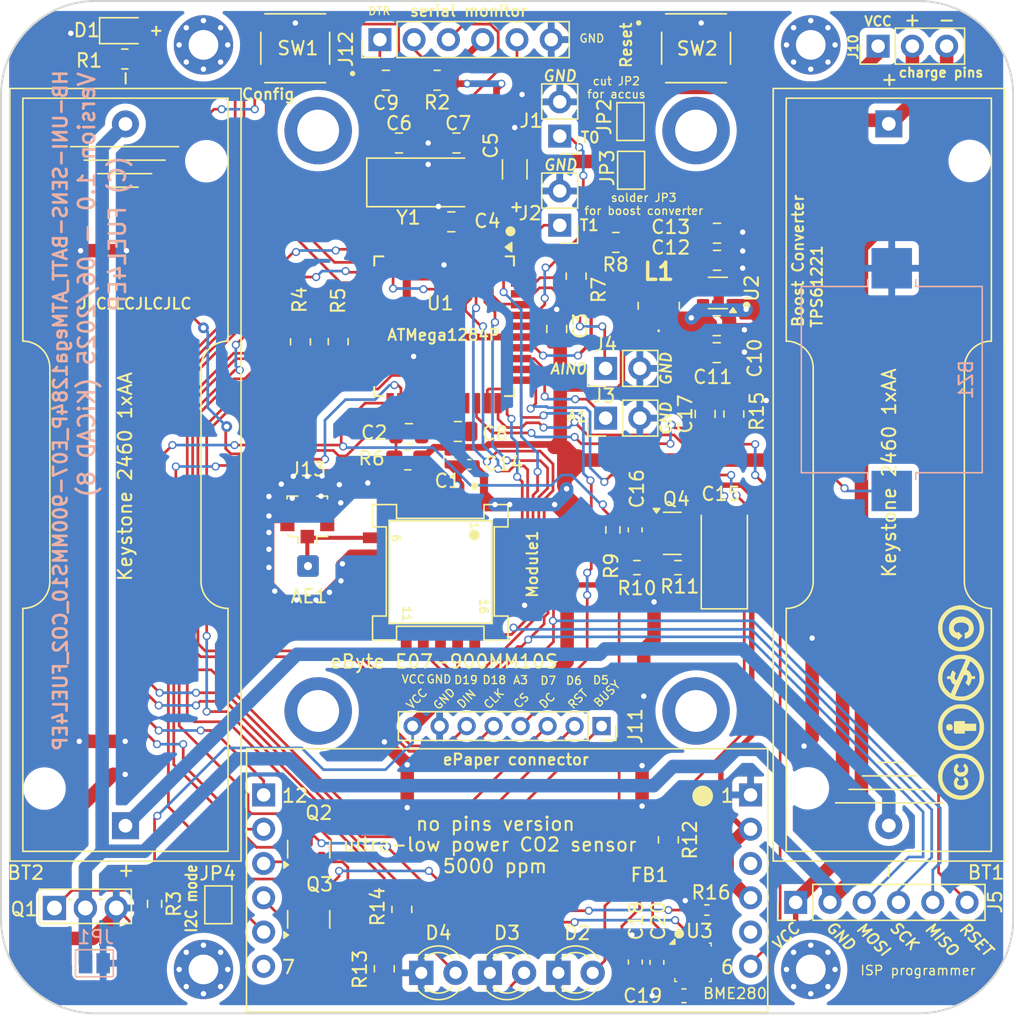
<source format=kicad_pcb>
(kicad_pcb (version 20240108) (generator "pcbnew") (generator_version "8.0")
  (title_block (title "HB-UNI-SEN-BATT_ATMega1284P_E07-900MM10S_CO2_FUEL4EP") (date "2025-06-26") (rev "1.0") (company "FUEL4EP"))
  (layers (0 "F.Cu" signal) (31 "B.Cu" signal) (34 "B.Paste" user) (35 "F.Paste" user) (36 "B.SilkS" user "B.Silkscreen") (37 "F.SilkS" user "F.Silkscreen") (38 "B.Mask" user) (39 "F.Mask" user) (44 "Edge.Cuts" user))
  (net 0 "")
  (net 1 "GND")
  (net 2 "Net-(AE1-A)")
  (net 3 "/SS")
  (net 4 "/A5")
  (net 5 "/SCL")
  (net 6 "/SDA")
  (net 7 "/A0")
  (net 8 "/A1")
  (net 9 "/A2")
  (net 10 "/A3")
  (net 11 "/MOSI")
  (net 12 "/SCK")
  (net 13 "/MISO")
  (net 14 "Net-(U1-XTAL1)")
  (net 15 "VCC")
  (net 16 "Net-(U1-XTAL2)")
  (net 17 "/minusBAT")
  (net 18 "/plusBAT")
  (net 19 "Net-(U1-AREF)")
  (net 20 "/D5")
  (net 21 "/D6")
  (net 22 "/D7")
  (net 23 "/CONFIG")
  (net 24 "Net-(D1-A)")
  (net 25 "Net-(U2-L)")
  (net 27 "/DTR")
  (net 28 "/RSETB")
  (net 29 "/RXD0")
  (net 30 "/TXD0")
  (net 40 "Net-(Q1-G)")
  (net 41 "Net-(U1-PD4)")
  (net 42 "/A4")
  (net 43 "/Vout")
  (net 44 "/VAVCC")
  (net 45 "/PB1_T1")
  (net 46 "/PB0_T0")
  (net 47 "/conBAT")
  (net 48 "/CTS")
  (net 49 "/D20")
  (net 50 "/TXD1")
  (net 51 "/A6")
  (net 53 "/RXD1")
  (net 54 "/D18")
  (net 55 "/D19")
  (net 57 "Net-(JP4-B)")
  (net 60 "Net-(Q4-S)")
  (net 61 "Net-(Q3-D)")
  (net 62 "Net-(Q4-G)")
  (net 63 "Net-(Q4-D)")
  (net 64 "/AIN0")
  (net 65 "Net-(Q2-D)")
  (net 66 "/AIN1")
  (net 67 "Net-(D2-A)")
  (net 68 "Net-(D3-A)")
  (net 69 "/D21")
  (net 70 "/D23")
  (net 71 "Net-(D4-A)")
  (net 72 "Net-(BZ1-+)")
  (net 73 "Net-(U3-VDD)")
  (net 74 "Net-(U3-SDO)")
  (footprint "LED_SMD:LED_0805_2012Metric_Pad1.15x1.40mm_HandSolder" (layer "F.Cu") (at 9.1635 -72.7995)
    (property "Reference" "D1")
    (property "Value" "LED red 3mm")
  )
  (footprint "Connector_PinHeader_2.54mm:PinHeader_1x02_P2.54mm_Vertical" (layer "F.Cu") (at 44.796 -44.0975 90)
    (property "Reference" "J3")
    (property "Value" "Conn_01x02")
  )
  (footprint "Connector_PinHeader_2.54mm:PinHeader_1x02_P2.54mm_Vertical" (layer "F.Cu") (at 44.796 -47.7805 90)
    (property "Reference" "J4")
    (property "Value" "Conn_01x02")
  )
  (footprint "Connector_PinHeader_2.54mm:PinHeader_1x06_P2.54mm_Vertical" (layer "F.Cu") (at 58.88 -8.22 90)
    (property "Reference" "J5")
    (property "Value" "ISP Programmer")
  )
  (footprint "Capacitor_SMD:C_0402_1005Metric" (layer "F.Cu") (at 33.1724 -41.1252 -90)
    (property "Reference" "C1")
    (property "Value" "10uF")
  )
  (footprint "Resistor_SMD:R_0805_2012Metric_Pad1.20x1.40mm_HandSolder" (layer "F.Cu") (at 22.19 -49.749 -90)
    (property "Reference" "R4")
    (property "Value" "4.7K")
  )
  (footprint "Resistor_SMD:R_0805_2012Metric_Pad1.20x1.40mm_HandSolder" (layer "F.Cu") (at 24.984 -49.765 -90)
    (property "Reference" "R5")
    (property "Value" "4.7K")
  )
  (footprint "Resistor_SMD:R_0805_2012Metric_Pad1.20x1.40mm_HandSolder" (layer "F.Cu") (at 9.1725 -70.704)
    (property "Reference" "R1")
    (property "Value" "470")
  )
  (footprint "Resistor_SMD:R_0603_1608Metric_Pad0.98x0.95mm_HandSolder" (layer "F.Cu") (at 11.3792 -8.112 -90)
    (property "Reference" "R3")
    (property "Value" "100K")
  )
  (footprint "Package_TO_SOT_THT:TO-251-3_Vertical" (layer "F.Cu") (at 3.9584 -7.8048)
    (property "Reference" "Q1")
    (property "Value" "IRLU024N")
  )
  (footprint "Connector_PinHeader_2.54mm:PinHeader_1x03_P2.54mm_Vertical" (layer "F.Cu") (at 64.989 -71.6565 90)
    (property "Reference" "J10")
    (property "Value" "charge")
  )
  (footprint "FUEL4EP:SolderJumper-2_P1.3mm_Open_Pad1.0x1.5mm" (layer "F.Cu") (at 6.9192 -3.7084)
    (property "Reference" "JP1")
    (property "Value" "NO")
  )
  (footprint "FUEL4EP:eByte_E07-900MM10S" (layer "F.Cu") (at 37.5628 -37.6898 -90)
    (property "Reference" "Module1")
    (property "Value" "E07-900MM10S")
  )
  (footprint "Jumper:SolderJumper-2_P1.3mm_Bridged_Pad1.0x1.5mm" (layer "F.Cu") (at 46.6375 -66.0685 -90)
    (property "Reference" "JP2")
    (property "Value" "cut for accus" (hide yes))
  )
  (footprint "FUEL4EP:MountingHole_2.2mm_M2_Pad_Via" (layer "F.Cu") (at 60 -71.75)
    (property "Reference" "H2" (hide yes))
    (property "Value" "MountingHole")
  )
  (footprint "FUEL4EP:MountingHole_2.2mm_M2_Pad_Via" (layer "F.Cu") (at 60 -3.25)
    (property "Reference" "H4" (hide yes))
    (property "Value" "MountingHole")
  )
  (footprint "FUEL4EP:MountingHole_2.2mm_M2_Pad_Via" (layer "F.Cu") (at 15 -71.75)
    (property "Reference" "H1" (hide yes))
    (property "Value" "MountingHole")
  )
  (footprint "FUEL4EP:MountingHole_2.2mm_M2_Pad_Via" (layer "F.Cu") (at 15 -3.25)
    (property "Reference" "H3" (hide yes))
    (property "Value" "MountingHole")
  )
  (footprint "FUEL4EP:BatteryHolder_Keystone_2460_1xAA" (layer "F.Cu") (at 9.22 -13.9 90)
    (property "Reference" "BT2")
    (property "Value" "AA")
  )
  (footprint "Capacitor_SMD:C_0805_2012Metric" (layer "F.Cu") (at 30.2189 -42.95 180)
    (property "Reference" "C2")
    (property "Value" "100n")
  )
  (footprint "Capacitor_SMD:C_0805_2012Metric" (layer "F.Cu") (at 33.366 -58.639 180)
    (property "Reference" "C4")
    (property "Value" "100n")
  )
  (footprint "Capacitor_SMD:C_0805_2012Metric" (layer "F.Cu") (at 29.4925 -64.481)
    (property "Reference" "C6")
    (property "Value" "22p")
  )
  (footprint "Capacitor_SMD:C_0805_2012Metric" (layer "F.Cu") (at 33.8511 -43.1069 180)
    (property "Reference" "C8")
    (property "Value" "100n")
  )
  (footprint "Connector_PinHeader_2.54mm:PinHeader_1x06_P2.54mm_Vertical" (layer "F.Cu") (at 28.0701 -72.1391 90)
    (property "Reference" "J12")
    (property "Value" "FTDI Debuger")
  )
  (footprint "Resistor_SMD:R_0805_2012Metric_Pad1.20x1.40mm_HandSolder" (layer "F.Cu") (at 32.3152 -69.1292 180)
    (property "Reference" "R2")
    (property "Value" "10k")
  )
  (footprint "Resistor_SMD:R_0805_2012Metric_Pad1.20x1.40mm_HandSolder" (layer "F.Cu") (at 30.1435 -41 180)
    (property "Reference" "R6")
    (property "Value" "22")
  )
  (footprint "FUEL4EP:Crystal_SMD_5032-2Pin_5.0x3.2mm_HandSoldering" (layer "F.Cu") (at 31.6515 -61.56)
    (property "Reference" "Y1")
    (property "Value" "8MHz")
  )
  (footprint "Capacitor_SMD:C_1206_3216Metric_Pad1.33x1.80mm_HandSolder" (layer "F.Cu") (at 38.065 -62.5248 90)
    (property "Reference" "C5")
    (property "Value" "10u")
  )
  (footprint "FUEL4EP:SW_TS-1187A-B-A-B" (layer "F.Cu") (at 51.5 -71.5)
    (property "Reference" "SW2")
    (property "Value" "Reset button")
  )
  (footprint "FUEL4EP:SW_TS-1187A-B-A-B" (layer "F.Cu") (at 21.8 -71.5 180)
    (property "Reference" "SW1")
    (property "Value" "Config button")
  )
  (footprint "FUEL4EP:BatteryHolder_Keystone_2460_1xAA" (layer "F.Cu") (at 65.78 -65.9 -90)
    (property "Reference" "BT1")
    (property "Value" "AA")
  )
  (footprint "FUEL4EP:CC-BY-ND-SA" (layer "F.Cu") (at 71.12 -23.0124 90)
    (property "Reference" "LOGO1" (hide yes))
    (property "Value" "Logo_Open_Hardware_Small" (hide yes))
  )
  (footprint "Connector_PinSocket_2.00mm:PinSocket_1x08_P2.00mm_Vertical" (layer "F.Cu") (at 44.5 -21.282 -90)
    (property "Reference" "J11")
    (property "Value" "ePaper connector")
  )
  (footprint "Capacitor_SMD:C_0805_2012Metric" (layer "F.Cu") (at 53.03068 -48.94636)
    (property "Reference" "C11")
    (property "Value" "10u")
  )
  (footprint "Capacitor_SMD:C_0805_2012Metric" (layer "F.Cu") (at 53.051 -55.78912)
    (property "Reference" "C12")
    (property "Value" "10u")
  )
  (footprint "Capacitor_SMD:C_0805_2012Metric" (layer "F.Cu") (at 53.051 -57.79572)
    (property "Reference" "C13")
    (property "Value" "10u")
  )
  (footprint "Jumper:SolderJumper-2_P1.3mm_Open_Pad1.0x1.5mm" (layer "F.Cu") (at 46.6883 -62.4617 90)
    (property "Reference" "JP3")
    (property "Value" "step-up supply")
  )
  (footprint "FUEL4EP:FUEL4EP_Inductor_SMD_1" (layer "F.Cu") (at 48.733 -52.416 90)
    (property "Reference" "L1")
    (property "Value" "4.7u" (hide yes))
  )
  (footprint "Package_TO_SOT_SMD:Texas_R-PDSO-G6" (layer "F.Cu") (at 53.1145 -53.3685 180)
    (property "Reference" "U2")
    (property "Value" "TPS61221DCK")
  )
  (footprint "Resistor_SMD:R_0805_2012Metric_Pad1.20x1.40mm_HandSolder" (layer "F.Cu") (at 45.558 -57.115 180)
    (property "Reference" "R8")
    (property "Value" "47k")
  )
  (footprint "Resistor_SMD:R_0805_2012Metric_Pad1.20x1.40mm_HandSolder" (layer "F.Cu") (at 42.61668 -54.61564 90)
    (property "Reference" "R7")
    (property "Value" "100k")
  )
  (footprint "Connector_PinHeader_2.54mm:PinHeader_1x02_P2.54mm_Vertical" (layer "F.Cu") (at 41.4 -64.989 180)
    (property "Reference" "J1")
    (property "Value" "Conn_01x02")
  )
  (footprint "Capacitor_SMD:C_0805_2012Metric" (layer "F.Cu") (at 53.03068 -50.9428)
    (property "Reference" "C10")
    (property "Value" "10u")
  )
  (footprint "Capacitor_SMD:C_0805_2012Metric" (layer "F.Cu") (at 28.5248 -69.1292 180)
    (property "Reference" "C9")
    (property "Value" "100n")
  )
  (footprint "Capacitor_SMD:C_0805_2012Metric" (layer "F.Cu") (at 33.747 -64.481 180)
    (property "Reference" "C7")
    (property "Value" "22p")
  )
  (footprint "Package_QFP:TQFP-44_10x10mm_P0.8mm" (layer "F.Cu") (at 32.8326 -50.9047 -90)
    (property "Reference" "U1")
    (property "Value" "ATmega1284P-AU")
  )
  (footprint "Capacitor_SMD:C_0805_2012Metric" (layer "F.Cu") (at 41.1765 -50.7015 90)
    (property "Reference" "C3")
    (property "Value" "100n")
  )
  (footprint "Connector_PinHeader_2.54mm:PinHeader_1x02_P2.54mm_Vertical" (layer "F.Cu") (at 41.4 -58.385 180)
    (property "Reference" "J2")
    (property "Value" "Conn_01x02")
  )
  (footprint "FUEL4EP:ePaper_MountingHole_M5" (layer "F.Cu") (at 23.5 -65.4)
    (property "Reference" "H5" (hide yes))
    (property "Value" "MountingHole")
  )
  (footprint "FUEL4EP:ePaper_MountingHole_M5" (layer "F.Cu") (at 23.5 -22.4)
    (property "Reference" "H6" (hide yes))
    (property "Value" "MountingHole")
  )
  (footprint "FUEL4EP:ePaper_MountingHole_M5" (layer "F.Cu") (at 51.5 -65.4 90)
    (property "Reference" "H7" (hide yes))
    (property "Value" "MountingHole")
  )
  (footprint "FUEL4EP:ePaper_MountingHole_M5" (layer "F.Cu") (at 51.5 -22.4)
    (property "Reference" "H8" (hide yes))
    (property "Value" "MountingHole")
  )
  (footprint "Capacitor_SMD:C_0603_1608Metric" (layer "F.Cu") (at 48.6 -3.775 90)
    (property "Reference" "C20")
    (property "Value" "100n")
  )
  (footprint "Resistor_SMD:R_0603_1608Metric" (layer "F.Cu") (at 45.339 -35.814 -90)
    (property "Reference" "R9")
    (property "Value" "1")
  )
  (footprint "FUEL4EP:Bosch_LGA-8_2.5x2.5mm_P0.65mm_ClockwisePinNumbering" (layer "F.Cu") (at 51.275 -3.775)
    (property "Reference" "U3")
    (property "Value" "BME280")
  )
  (footprint "Resistor_SMD:R_0402_1005Metric" (layer "F.Cu") (at 52.3 -7.65 180)
    (property "Reference" "R16")
    (property "Value" "0")
  )
  (footprint "Resistor_SMD:R_0805_2012Metric_Pad1.20x1.40mm_HandSolder" (layer "F.Cu") (at 29.7 -7.7 90)
    (property "Reference" "R14")
    (property "Value" "470")
  )
  (footprint "FUEL4EP:LED_D3.0mm_angle_green" (layer "F.Cu") (at 41.3 -3)
    (property "Reference" "D2")
    (property "Value" "LED green 3mm")
  )
  (footprint "FUEL4EP:LED_D3.0mm_angle_orange" (layer "F.Cu") (at 36.22 -3)
    (property "Reference" "D3")
    (property "Value" "LED orange 3mm")
  )
  (footprint "Resistor_SMD:R_0603_1608Metric" (layer "F.Cu") (at 47.117 -33.02)
    (property "Reference" "R10")
    (property "Value" "100k")
  )
  (footprint "Capacitor_SMD:C_0402_1005Metric" (layer "F.Cu") (at 34.699 -40.6654 180)
    (property "Reference" "C14")
    (property "Value" "100n")
  )
  (footprint "Capacitor_SMD:C_0603_1608Metric" (layer "F.Cu") (at 46.99 -35.814 90)
    (property "Reference" "C16")
    (property "Value" "100n")
  )
  (footprint "FUEL4EP:SolderWire-0.1sqmm_1x01_D0.4mm_OD1mm" (layer "F.Cu") (at 22.748 -33.135)
    (property "Reference" "AE1")
    (property "Value" "Antenna")
  )
  (footprint "Package_TO_SOT_SMD:SOT-23" (layer "F.Cu") (at 22.8 -6.9625 90)
    (property "Reference" "Q3")
    (property "Value" "FDN304P")
  )
  (footprint "Capacitor_SMD:C_0603_1608Metric" (layer "F.Cu") (at 47 -3.8 90)
    (property "Reference" "C18")
    (property "Value" "4.7u")
  )
  (footprint "Resistor_SMD:R_0805_2012Metric_Pad1.20x1.40mm_HandSolder" (layer "F.Cu") (at 54.3 -44.4 90)
    (property "Reference" "R15")
    (property "Value" "10k")
  )
  (footprint "NetTie:NetTie-2_SMD_Pad0.5mm" (layer "F.Cu") (at 38.608 -69.723 90)
    (property "Reference" "NT1" (hide yes))
    (property "Value" "NetTie_2" (hide yes))
  )
  (footprint "Resistor_SMD:R_0805_2012Metric_Pad1.20x1.40mm_HandSolder" (layer "F.Cu") (at 49.45 -12.85 90)
    (property "Reference" "R12")
    (property "Value" "470")
  )
  (footprint "Resistor_SMD:R_0603_1608Metric" (layer "F.Cu") (at 50.165 -33.02)
    (property "Reference" "R11")
    (property "Value" "0.5")
  )
  (footprint "Capacitor_SMD:C_0603_1608Metric" (layer "F.Cu") (at 50.6 -1.3 180)
    (property "Reference" "C19")
    (property "Value" "100n")
  )
  (footprint "Inductor_SMD:L_0402_1005Metric" (layer "F.Cu") (at 47.8 -9.05 180)
    (property "Reference" "FB1")
    (property "Value" "FerriteBead")
  )
  (footprint "Resistor_SMD:R_0805_2012Metric_Pad1.20x1.40mm_HandSolder" (layer "F.Cu") (at 28.4 -3.3 90)
    (property "Reference" "R13")
    (property "Value" "470")
  )
  (footprint "Package_TO_SOT_SMD:SOT-23" (layer "F.Cu") (at 22.8 -12.1625 90)
    (property "Reference" "Q2")
    (property "Value" "FDN304P")
  )
  (footprint "FUEL4EP:LED_D3.0mm_angle_red" (layer "F.Cu") (at 31.14 -3)
    (property "Reference" "D4")
    (property "Value" "LED red 3mm")
  )
  (footprint "Capacitor_SMD:C_0805_2012Metric_Pad1.18x1.45mm_HandSolder" (layer "F.Cu") (at 52.172936 -44.4025 90)
    (property "Reference" "C17")
    (property "Value" "1u")
  )
  (footprint "Capacitor_Tantalum_SMD:CP_EIA-6032-15_Kemet-U_Pad2.25x2.35mm_HandSolder" (layer "F.Cu") (at 53.594 -33.899 90)
    (property "Reference" "C15")
    (property "Value" "100u")
  )
  (footprint "FUEL4EP:COZIR-BLINK-5000-N" (layer "F.Cu") (at 18.1895 -19.6)
    (property "Reference" "module2" (hide yes))
    (property "Value" "COZIR-BLINK-5000-N")
  )
  (footprint "Package_TO_SOT_SMD:SOT-23" (layer "F.Cu") (at 49.7355 -35.56)
    (property "Reference" "Q4")
    (property "Value" "FDN304P")
  )
  (footprint "Jumper:SolderJumper-2_P1.3mm_Bridged_Pad1.0x1.5mm" (layer "F.Cu") (at 16.1036 -8.0368 -90)
    (property "Reference" "JP4")
    (property "Value" "cut for UART mode")
  )
  (footprint "FUEL4EP:U.FL_Molex_MCRF_73412-0110_Vertical" (layer "F.Cu") (at 22.6956 -36.818)
    (property "Reference" "J13")
    (property "Value" "U.FL connector")
  )
  (footprint "FUEL4EP:Buzzer_SMD_POPESQ_POPESQ_13mm_13mm_2.5mm" (layer "B.Cu") (at 66 -46.95 90)
    (property "Reference" "BZ1")
    (property "Value" "Piezo Buzzer")
  )
  (gr_circle (center 55.245 -52.451) (end 55.445 -52.451) (stroke (width 0.1524)) (fill solid) (layer "F.SilkS"))
  (gr_circle (center 37.7475 -57.9405) (end 38.0475 -57.9405) (stroke (width 0.14)) (fill solid) (layer "F.SilkS"))
  (gr_circle (center 50.25 -5.9) (end 50.25 -6.182843) (stroke (width 0.1524)) (fill solid) (layer "F.SilkS"))
  (gr_circle (center 35.1028 -39.0652) (end 35.3028 -39.0652) (stroke (width 0.1524)) (fill solid) (layer "F.SilkS"))
  (gr_arc (start 75 -7) (mid 72.949747 -2.050253) (end 68 0) (stroke (width 0.15)) (layer "Edge.Cuts"))
  (gr_line (start 7 0) (end 68 0) (stroke (width 0.15)) (layer "Edge.Cuts"))
  (gr_line (start 23.25 -75) (end 41.5 -75) (stroke (width 0.15)) (layer "Edge.Cuts"))
  (gr_line (start 41.5 -75) (end 68 -75) (stroke (width 0.15)) (layer "Edge.Cuts"))
  (gr_arc (start 68 -75) (mid 72.949747 -72.949747) (end 75 -68) (stroke (width 0.15)) (layer "Edge.Cuts"))
  (gr_arc (start 7 0) (mid 2.050253 -2.050253) (end 0 -7) (stroke (width 0.15)) (layer "Edge.Cuts"))
  (gr_line (start 7 -75) (end 23 -75) (stroke (width 0.15)) (layer "Edge.Cuts"))
  (gr_arc (start 0 -68) (mid 2.050253 -72.949747) (end 7 -75) (stroke (width 0.15)) (layer "Edge.Cuts"))
  (gr_line (start 0 -68) (end 0 -7) (stroke (width 0.15)) (layer "Edge.Cuts"))
  (gr_line (start 75 -7) (end 75 -68) (stroke (width 0.15)) (layer "Edge.Cuts"))
  (gr_line (start 23 -75) (end 23.25 -75) (stroke (width 0.15)) (layer "Edge.Cuts"))
  (gr_text "Version 1.0 - 06/2025 (KiCAD 8)\n" (at 6.35 -69.85 90) (layer "B.SilkS") (effects (font (size 1.2 1.2) (thickness 0.2)) (justify left mirror)))
  (gr_text "HB-UNI-SENS-BATT_ATMega1284P_E07-900MMS10_CO2_FUEL4EP\n\n" (at 5.207 -69.977 90) (layer "B.SilkS") (effects (font (size 1 1) (thickness 0.2)) (justify left mirror)))
  (gr_text "(C) FUEL4EP\n" (at 8.636 -63.627 90) (layer "B.SilkS") (effects (font (size 1.2 1.2) (thickness 0.2)) (justify left mirror)))
  (gr_text "solder JP3\nfor boost converter" (at 47.625 -59.944 0) (layer "F.SilkS") (effects (font (size 0.6 0.6) (thickness 0.1))))
  (gr_text "GND" (at 62.23 -5.715 -45) (layer "F.SilkS") (effects (font (size 0.8 0.8) (thickness 0.15) (italic yes))))
  (gr_text "SCK" (at 66.929 -5.715 315) (layer "F.SilkS") (effects (font (size 0.8 0.8) (thickness 0.15) (italic yes))))
  (gr_text "Config\n" (at 19.8 -68.1 0) (layer "F.SilkS") (effects (font (size 0.8128 0.8128) (thickness 0.1524))))
  (gr_text "GND" (at 41.45 -62.85 0) (layer "F.SilkS") (effects (font (size 0.8 0.8) (thickness 0.15) (italic yes))))
  (gr_text "VCC" (at 30.8102 -23.2918 45) (layer "F.SilkS") (effects (font (size 0.6 0.6) (thickness 0.1))))
  (gr_text "JLCJLCJLCJLC" (at 5.65 -52.1 0) (layer "F.SilkS") (effects (font (size 0.8128 0.8128) (thickness 0.1524) (bold yes)) (justify left bottom)))
  (gr_text "MISO" (at 69.723 -5.461 315) (layer "F.SilkS") (effects (font (size 0.8 0.8) (thickness 0.15) (italic yes))))
  (gr_text "GND" (at 41.4 -69.45 0) (layer "F.SilkS") (effects (font (size 0.8 0.8) (thickness 0.15) (italic yes))))
  (gr_text "GND" (at 32.8422 -23.2918 45) (layer "F.SilkS") (effects (font (size 0.6 0.6) (thickness 0.1))))
  (gr_text "BME280" (at 51.95 -1 0) (layer "F.SilkS") (effects (font (size 0.8 0.8) (thickness 0.12)) (justify left bottom)))
  (gr_text "TPS61221" (at 60.452 -53.848 90) (layer "F.SilkS") (effects (font (size 0.8128 0.8128) (thickness 0.1524))))
  (gr_text "ATMega1284P" (at 32.7945 -50.257 0) (layer "F.SilkS") (effects (font (size 0.8128 0.8128) (thickness 0.1524))))
  (gr_text "AIN0" (at 42.037 -47.752 0) (layer "F.SilkS") (effects (font (size 0.8 0.8) (thickness 0.15) (italic yes))))
  (gr_text "D18\n" (at 36.55 -24.7 0) (layer "F.SilkS") (effects (font (size 0.6 0.6) (thickness 0.1))))
  (gr_text "D6\n" (at 42.45 -24.65 0) (layer "F.SilkS") (effects (font (size 0.6 0.6) (thickness 0.1))))
  (gr_text "DC" (at 40.4622 -23.1648 45) (layer "F.SilkS") (effects (font (size 0.6 0.6) (thickness 0.1))))
  (gr_text "D7\n" (at 40.55 -24.65 0) (layer "F.SilkS") (effects (font (size 0.6 0.6) (thickness 0.1))))
  (gr_text "VCC" (at 58.166 -5.6896 45) (layer "F.SilkS") (effects (font (size 0.8 0.8) (thickness 0.15) (italic yes))))
  (gr_text "CS" (at 38.5572 -23.1648 45) (layer "F.SilkS") (effects (font (size 0.6 0.6) (thickness 0.1))))
  (gr_text "D19" (at 34.45 -24.7 0) (layer "F.SilkS") (effects (font (size 0.6 0.6) (thickness 0.1))))
  (gr_text "GND" (at 32.45 -24.75 0) (layer "F.SilkS") (effects (font (size 0.6 0.6) (thickness 0.1))))
  (gr_text "VCC" (at 30.55 -24.75 0) (layer "F.SilkS") (effects (font (size 0.6 0.6) (thickness 0.1))))
  (gr_text "DIN" (at 34.4932 -23.2918 45) (layer "F.SilkS") (effects (font (size 0.6 0.6) (thickness 0.1))))
  (gr_text "T1\n" (at 43.5895 -58.385 0) (layer "F.SilkS") (effects (font (size 0.8128 0.8128) (thickness 0.1524))))
  (gr_text "CLK\n" (at 36.5252 -23.2918 45) (layer "F.SilkS") (effects (font (size 0.6 0.6) (thickness 0.1))))
  (gr_text "BUSY" (at 44.9072 -23.6728 45) (layer "F.SilkS") (effects (font (size 0.6 0.6) (thickness 0.1))))
  (gr_text "DTR" (at 28.032 -74.26 0) (layer "F.SilkS") (effects (font (size 0.6 0.6) (thickness 0.1))))
  (gr_text "Reset" (at 46.32 -71.72 90) (layer "F.SilkS") (effects (font (size 0.8128 0.8128) (thickness 0.1524))))
  (gr_text "GND" (at 49.276 -47.752 90) (layer "F.SilkS") (effects (font (size 0.8 0.8) (thickness 0.15) (italic yes))))
  (gr_text "VCC" (at 64.989 -73.498 0) (layer "F.SilkS") (effects (font (size 0.7 0.7))))
  (gr_text "D5\n" (at 44.45 -24.6888 0) (layer "F.SilkS") (effects (font (size 0.6 0.6) (thickness 0.1))))
  (gr_text "MOSI" (at 64.643 -5.461 315) (layer "F.SilkS") (effects (font (size 0.8 0.8) (thickness 0.15) (italic yes))))
  (gr_text "charge pins" (at 69.65 -69.7 0) (layer "F.SilkS") (effects (font (size 0.7 0.7))))
  (gr_text "ePaper connector" (at 38.15 -18.8 0) (layer "F.SilkS") (effects (font (size 0.8128 0.8128) (thickness 0.1524))))
  (gr_text "ISP programmer" (at 67.945 -3.175 0) (layer "F.SilkS") (effects (font (size 0.7 0.7) (thickness 0.1))))
  (gr_text "RSET" (at 72.263 -5.461 315) (layer "F.SilkS") (effects (font (size 0.8 0.8) (thickness 0.15) (italic yes))))
  (gr_text "-\n" (at 70.069 -73.625 0) (layer "F.SilkS") (effects (font (size 1 1))))
  (gr_text "RST\n" (at 42.7482 -23.2918 45) (layer "F.SilkS") (effects (font (size 0.6 0.6) (thickness 0.1))))
  (gr_text "A1" (at 42.637 -44.2245 0) (layer "F.SilkS") (effects (font (size 0.8 0.8) (thickness 0.15) (italic yes))))
  (gr_text "serial monitor" (at 34.636 -74.26 0) (layer "F.SilkS") (effects (font (size 0.8128 0.8128) (thickness 0.1524))))
  (gr_text "cut JP2\nfor accus" (at 45.593 -68.58 0) (layer "F.SilkS") (effects (font (size 0.6 0.6) (thickness 0.1))))
  (gr_text "GND" (at 43.78 -72.228 0) (layer "F.SilkS") (effects (font (size 0.6 0.6) (thickness 0.1))))
  (gr_text "+\n" (at 67.529 -73.625 0) (layer "F.SilkS") (effects (font (size 1 1))))
  (gr_text "+" (at 38.192 -59.782 0) (layer "F.SilkS") (effects (font (size 0.8128 0.8128) (thickness 0.1524))))
  (gr_text "+" (at 11.5 -72.85 0) (layer "F.SilkS") (effects (font (size 0.8128 0.8128) (thickness 0.1524))))
  (gr_text "A3" (at 38.5 -24.6888 0) (layer "F.SilkS") (effects (font (size 0.6 0.6) (thickness 0.1))))
  (gr_text "GND" (at 49.276 -44.069 90) (layer "F.SilkS") (effects (font (size 0.8 0.8) (thickness 0.15) (italic yes))))
  (gr_text "T0\n\n" (at 43.653 -64.227 0) (layer "F.SilkS") (effects (font (size 0.8128 0.8128) (thickness 0.1524))))
  (gr_text "Boost Converter" (at 59.055 -55.753 90) (layer "F.SilkS") (effects (font (size 0.8128 0.8128) (thickness 0.1524))))
  (gr_text "I2C mode" (at 14.5796 -5.8928 90) (layer "F.SilkS") (effects (font (size 0.8128 0.7) (thickness 0.1524) (bold yes)) (justify left bottom)))
  (segment (start 54.448 -50.638) (end 54.194 -50.892) (width 0.5) (layer "F.Cu") (net 1))
  (segment (start 33.1724 -40.6452) (end 33.2916 -40.6452) (width 0.6) (layer "F.Cu") (net 1))
  (segment (start 26.6462 -39.2938) (end 25.1737 -37.8213) (width 0.8) (layer "F.Cu") (net 1))
  (segment (start 21.3494 -39.7882) (end 21.6542 -39.7882) (width 1) (layer "F.Cu") (net 1))
  (segment (start 8.1385 -72.7995) (end 5.3625 -72.7995) (width 0.5) (layer "F.Cu") (net 1))
  (segment (start 55.083 -50.638) (end 54.448 -50.638) (width 0.5) (layer "F.Cu") (net 1))
  (segment (start 18.7963 -73.375) (end 21.813 -73.375) (width 0.5) (layer "F.Cu") (net 1))
  (segment (start 19.8524 -35.6242) (end 19.8524 -36.8434) (width 0.8) (layer "F.Cu") (net 1))
  (segment (start 30.56315 -48.67835) (end 30.572 -48.6695) (width 0.5) (layer "F.Cu") (net 1))
  (segment (start 48.387 -27.686) (end 47.625 -26.924) (width 1) (layer "F.Cu") (net 1))
  (segment (start 49.825 -1.3) (end 48.25 -1.3) (width 0.2) (layer "F.Cu") (net 1))
  (segment (start 32.8326 -46.4547) (end 30.56315 -48.72415) (width 0.5) (layer "F.Cu") (net 1))
  (segment (start 25.0721 -39.1675) (end 27.0517 -39.1675) (width 0.8) (layer "F.Cu") (net 1))
  (segment (start 54.5 -73.375) (end 51.8786 -73.375) (width 0.5) (layer "F.Cu") (net 1))
  (segment (start 24.4244 -39.8152) (end 25.1737 -39.0659) (width 0.8) (layer "F.Cu") (net 1))
  (segment (start 38.065 -64.0873) (end 38.065 -65.624) (width 0.5) (layer "F.Cu") (net 1))
  (segment (start 60.1 -27.8) (end 60.1 -20.4) (width 1) (layer "F.Cu") (net 1))
  (segment (start 25.1737 -37.8213) (end 25.1737 -37.8211) (width 0.8) (layer "F.Cu") (net 1))
  (segment (start 33.8328 -39.0906) (end 33.8328 -40.104) (width 0.6) (layer "F.Cu") (net 1))
  (segment (start 20.2842 -31.2808) (end 19.8524 -31.7126) (width 0.8) (layer "F.Cu") (net 1))
  (segment (start 33.8328 -39.0906) (end 33.782 -39.1414) (width 1) (layer "F.Cu") (net 1))
  (segment (start 32.8326 -45.2047) (end 32.8326 -46.4547) (width 0.5) (layer "F.Cu") (net 1))
  (segment (start 33.1926 -40.6654) (end 33.1724 -40.6452) (width 0.6) (layer "F.Cu") (net 1))
  (segment (start 1.6 -5.7) (end 1.6 -11) (width 1) (layer "F.Cu") (net 1))
  (segment (start 1.6 -11) (end 8.3 -17.7) (width 1) (layer "F.Cu") (net 1))
  (segment (start 30.56315 -48.72415) (end 30.56315 -48.67835) (width 0.5) (layer "F.Cu") (net 1))
  (segment (start 40.5542 -50.9047) (end 41.1765 -51.527) (width 0.5) (layer "F.Cu") (net 1))
  (segment (start 27.0517 -39.1675) (end 27.178 -39.2938) (width 0.8) (layer "F.Cu") (net 1))
  (segment (start 54.001 -55.78912) (end 54.001 -54.26) (width 0.5) (layer "F.Cu") (net 1))
  (segment (start 54.956 -57.877) (end 53.94 -57.877) (width 0.5) (layer "F.Cu") (net 1))
  (segment (start 31.588 -64.481) (end 31.6515 -64.481) (width 0.5) (layer "F.Cu") (net 1))
  (segment (start 5.172 -57.228) (end 5.9 -56.5) (width 0.5) (layer "F.Cu") (net 1))
  (segment (start 30.56315 -48.72415) (end 29.1826 -50.1047) (width 0.5) (layer "F.Cu") (net 1))
  (segment (start 33.8328 -37.6898) (end 33.8328 -39.0906) (width 1) (layer "F.Cu") (net 1))
  (segment (start 5.8 -20.15) (end 6.35 -20.15) (width 1) (layer "F.Cu") (net 1))
  (segment (start 20.9446 -30.6204) (end 20.2842 -31.2808) (width 0.8) (layer "F.Cu") (net 1))
  (segment (start 32.8326 -56.6047) (end 32.8326 -58.2199) (width 0.5) (layer "F.Cu") (net 1))
  (segment (start 5.3625 -72.7995) (end 5.172 -72.609) (width 0.5) (layer "F.Cu") (net 1))
  (segment (start 21.5796 -38.1642) (end 21.2206 -37.8052) (width 1) (layer "F.Cu") (net 1))
  (segment (start 54.001 -57.79572) (end 54.001 -55.784) (width 0.5) (layer "F.Cu") (net 1))
  (segment (start 23.7894 -39.8152) (end 24.4244 -39.8152) (width 1) (layer "F.Cu") (net 1))
  (segment (start 29.1826 -50.1047) (end 27.1326 -50.1047) (width 0.5) (layer "F.Cu") (net 1))
  (segment (start 54.23228 -54.02104) (end 53.58228 -54.02104) (width 0.2) (layer "F.Cu") (net 1))
  (segment (start 46.75 -4.825) (end 46.75 -5.8) (width 0.2) (layer "F.Cu") (net 1))
  (segment (start 38.608 -69.223) (end 38.608 -68.072) (width 0.2) (layer "F.Cu") (net 1))
  (segment (start 6.8 -5.55) (end 1.75 -5.55) (width 1) (layer "F.Cu") (net 1))
  (segment (start 33.2916 -40.6452) (end 33.8328 -40.104) (width 0.6) (layer "F.Cu") (net 1))
  (segment (start 54.956 -56.48) (end 54.321 -55.845) (width 0.5) (layer "F.Cu") (net 1))
  (segment (start 24.1706 -37.8592) (end 23.7118 -38.318) (width 1) (layer "F.Cu") (net 1))
  (segment (start 19.8524 -33.0334) (end 19.8524 -34.3796) (width 0.8) (layer "F.Cu") (net 1))
  (segment (start 25.1737 -37.8211) (end 24.1706 -36.818) (width 0.8) (layer "F.Cu") (net 1))
  (segment (start 27.178 -39.2938) (end 26.6462 -39.2938) (width 0.8) (layer "F.Cu") (net 1))
  (segment (start 53.58228 -54.02104) (end 52.924 -53.36276) (width 0.2) (layer "F.Cu") (net 1))
  (segment (start 21.6542 -39.7882) (end 22.6956 -39.7882) (width 1) (layer "F.Cu") (net 1))
  (segment (start 21.7334 -38.318) (end 21.5796 -38.1642) (width 1) (layer "F.Cu") (net 1))
  (segment (start 31.6515 -64.481) (end 31.6515 -62.8935) (width 0.5) (layer "F.Cu") (net 1))
  (segment (start 37.5628 -30.1498) (end 38.712381 -30.1498) (width 1) (layer "F.Cu") (net 1))
  (segment (start 27.5628 -33.9598) (end 25.951 -33.9598) (width 0.8) (layer "F.Cu") (net 1))
  (segment (start 31.588 -64.481) (end 32.7945 -64.481) (width 0.5) (layer "F.Cu") (net 1))
  (segment (start 41.1765 -51.6515) (end 41.1765 -52.15) (width 0.5) (layer "F.Cu") (net 1))
  (segment (start 38.5326 -50.9047) (end 40.5542 -50.9047) (width 0.5) (layer "F.Cu") (net 1))
  (segment (start 15.1868 -8.6868) (end 12.5452 -6.0452) (width 0.2) (layer "F.Cu") (net 1))
  (segment (start 34.219 -40.6654) (end 34.219 -40.4902) (width 0.6) (layer "F.Cu") (net 1))
  (segment (start 54.3 -45.4) (end 56.7 -45.4) (width 0.2) (layer "F.Cu") (net 1))
  (segment (start 19.8524 -31.7126) (end 19.8524 -33.0334) (width 0.8) (layer "F.Cu") (net 1))
  (segment (start 55.083 -48.987) (end 54.067 -48.987) (width 0.5) (layer "F.Cu") (net 1))
  (segment (start 9.2 -20.15) (end 9.2 -17.7) (width 1) (layer "F.Cu") (net 1))
  (segment (start 47.625 -23.495) (end 47.625 -18.475) (width 1) (layer "F.Cu") (net 1))
  (segment (start 25.1864 -32.0428) (end 25.1864 -33.1952) (width 0.8) (layer "F.Cu") (net 1))
  (segment (start 34.219 -40.6654) (end 33.1926 -40.6654) (width 0.6) (layer "F.Cu") (net 1))
  (segment (start 48.6 -4.55) (end 50.05 -4.55) (width 0.2) (layer "F.Cu") (net 1))
  (segment (start 21.813 -73.375) (end 21.809 -73.371) (width 0.5) (layer "F.Cu") (net 1))
  (segment (start 10.298 -6.0452) (end 8.5384 -7.8048) (width 0.2) (layer "F.Cu") (net 1))
  (segment (start 32.8326 -56.6047) (end 32.8326 -55.457876) (width 0.5) (layer "F.Cu") (net 1))
  (segment (start 52.924 -52.035) (end 54.067 -50.892) (width 0.2) (layer "F.Cu") (net 1))
  (segment (start 54.956 -55.21) (end 54.321 -55.845) (width 0.5) (layer "F.Cu") (net 1))
  (segment (start 51.79 -7.65) (end 51.4 -7.65) (width 0.2) (layer "F.Cu") (net 1))
  (segment (start 21.2206 -36.818) (end 19.8778 -36.818) (width 1) (layer "F.Cu") (net 1))
  (segment (start 51.8786 -73.375) (end 48.4322 -73.375) (width 0.5) (layer "F.Cu") (net 1))
  (segment (start 19.8524 -34.3796) (end 19.8524 -35.6242) (width 0.8) (layer "F.Cu") (net 1))
  (segment (start 50.3 -4.425) (end 50.3 -4.8) (width 0.2) (layer "F.Cu") (net 1))
  (segment (start 20.7668 -39.2056) (end 21.3494 -39.7882) (width 1) (layer "F.Cu") (net 1))
  (segment (start 47.625 -26.924) (end 47.625 -23.495) (width 1) (layer "F.Cu") (net 1))
  (segment (start 30.4425 -64.481) (end 31.588 -64.481) (width 0.5) (layer "F.Cu") (net 1))
  (segment (start 52.924 -53.36276) (end 52.924 -52.035) (width 0.2) (layer "F.Cu") (net 1))
  (segment (start 24.3355 -31.1919) (end 23.764 -30.6204) (width 0.8) (layer "F.Cu") (net 1))
  (segment (start 53.594 -36.449) (end 53.594 -38.32) (width 0.4) (layer "F.Cu") (net 1))
  (segment (start 24.677 -38.318) (end 25.1737 -37.8213) (width 0.8) (layer "F.Cu") (net 1))
  (segment (start 50.95 -2.75) (end 50.95 -3.775) (width 0.2) (layer "F.Cu") (net 1))
  (segment (start 23.764 -30.6204) (end 23.3322 -30.6204) (width 0.8) (layer "F.Cu") (net 1))
  (segment (start 8.3 -17.7) (end 9.2 -17.7) (width 1) (layer "F.Cu") (net 1))
  (segment (start 12.5452 -6.0452) (end 10.298 -6.0452) (width 0.2) (layer "F.Cu") (net 1))
  (segment (start 32.9011 -43.1069) (end 32.9011 -45.0069) (width 0.5) (layer "F.Cu") (net 1))
  (segment (start 5.9 -20.6) (end 6.35 -20.15) (width 1) (layer "F.Cu") (net 1))
  (segment (start 23.3322 -30.6204) (end 21.9098 -30.6204) (width 0.8) (layer "F.Cu") (net 1))
  (segment (start 32.416 -58.639) (end 32.416 -59.7795) (width 0.5) (layer "F.Cu") (net 1))
  (segment (start 49.825 -1.3) (end 50.95 -2.425) (width 0.2) (layer "F.Cu") (net 1))
  (segment (start 21.2206 -37.8052) (end 21.2206 -36.818) (width 1) (layer "F.Cu") (net 1))
  (segment (start 48.387 -30.48) (end 48.387 -27.686) (width 1) (layer "F.Cu") (net 1))
  (segment (start 25.951 -33.9598) (end 25.295999 -33.304799) (width 0.8) (layer "F.Cu") (net 1))
  (segment (start 30.099 -18.415) (end 28.407 -20.107) (width 1) (layer "F.Cu") (net 1))
  (segment (start 24.1706 -36.818) (end 24.1706 -37.8592) (width 1) (layer "F.Cu") (net 1))
  (segment (start 19.8778 -36.818) (end 19.8524 -36.8434) (width 1) (layer "F.Cu") (net 1))
  (segment (start 25.1864 -33.1952) (end 25.295999 -33.304799) (width 0.8) (layer "F.Cu") (net 1))
  (segment (start 23.7118 -38.318) (end 22.6956 -38.318) (width 1) (layer "F.Cu") (net 1))
  (segment (start 23.7118 -38.318) (end 24.677 -38.318) (width 0.8) (layer "F.Cu") (net 1))
  (segment (start 1.75 -5.55) (end 1.6 -5.7) (width 1) (layer "F.Cu") (net 1))
  (segment (start 22.7226 -39.8152) (end 23.7894 -39.8152) (width 1) (layer "F.Cu") (net 1))
  (segment (start 25.1737 -39.0659) (end 25.1737 -37.8213) (width 0.8) (layer "F.Cu") (net 1))
  (segment (start 32.9011 -43.1069) (end 31.3594 -43.1069) (width 0.5) (layer "F.Cu") (net 1))
  (segment (start 21.813 -73.375) (end 24.853 -73.375) (width 0.5) (layer "F.Cu") (net 1))
  (segment (start 60.1 -20.4) (end 59.5 -19.8) (width 1) (layer "F.Cu") (net 1))
  (segment (start 50.05 -4.55) (end 50.3 -4.8) (width 0.2) (layer "F.Cu") (net 1))
  (segment (start 34.219 -40.4902) (end 33.8328 -40.104) (width 0.6) (layer "F.Cu") (net 1))
  (segment (start 19.8524 -38.2912) (end 20.7668 -39.2056) (width 1) (layer "F.Cu") (net 1))
  (segment (start 38.712381 -30.1498) (end 38.794459 -30.231878) (width 1) (layer "F.Cu") (net 1))
  (segment (start 16.1036 -8.6868) (end 15.1868 -8.6868) (width 0.2) (layer "F.Cu") (net 1))
  (segment (start 25.1864 -32.0428) (end 24.3355 -31.1919) (width 0.8) (layer "F.Cu") (net 1))
  (segment (start 22.6956 -38.318) (end 21.7334 -38.318) (width 1) (layer "F.Cu") (net 1))
  (segment (start 47 -4.575) (end 48.575 -4.575) (width 0.2) (layer "F.Cu") (net 1))
  (segment (start 9.3 -56.5) (end 5.9 -56.5) (width 1) (layer "F.Cu") (net 1))
  (segment (start 50.95 -3.775) (end 50.3 -4.425) (width 0.2) (layer "F.Cu") (net 1))
  (segment (start 8.5384 -7.8048) (end 8.5384 -7.2884) (width 1) (layer "F.Cu") (net 1))
  (segment (start 22.6956 -38.318) (end 22.6956 -39.7882) (width 1) (layer "F.Cu") (net 1))
  (segment (start 47.5 -18.35) (end 47.5 -15.35) (width 1) (layer "F.Cu") (net 1))
  (segment (start 21.9098 -30.6204) (end 20.9446 -30.6204) (width 0.8) (layer "F.Cu") (net 1))
  (segment (start 6.35 -20.15) (end 9.2 -20.15) (width 1) (layer "F.Cu") (net 1))
  (segment (start 51.4 -7.65) (end 50.7 -8.35) (width 0.2) (layer "F.Cu") (net 1))
  (segment (start 33.8074 -39.116) (end 33.782 -39.1414) (width 0.2) (layer "F.Cu") (net 1))
  (segment (start 5.9 -56.5) (end 5.9 -20.6) (width 1) (layer "F.Cu") (net 1))
  (segment (start 22.6956 -39.7882) (end 22.7226 -39.8152) (width 1) (layer "F.Cu") (net 1))
  (segment (start 54.2702 -50.8412) (end 54.33116 -50.78024) (width 0.4) (layer "F.Cu") (net 1))
  (segment (start 19.8524 -36.8434) (end 19.8524 -38.2912) (width 1) (layer "F.Cu") (net 1))
  (segment (start 50.95 -2.425) (end 50.95 -2.75) (width 0.2) (layer "F.Cu") (net 1))
  (segment (start 32.8326 -55.457876) (end 32.822962 -55.448238) (width 0.5) (layer "F.Cu") (net 1))
  (segment (start 5.172 -72.609) (end 5.172 -57.228) (width 0.5) (layer "F.Cu") (net 1))
  (segment (start 47.625 -18.475) (end 47.5 -18.35) (width 1) (layer "F.Cu") (net 1))
  (segment (start 30.099 -18.415) (end 30.099 -15.24) (width 1) (layer "F.Cu") (net 1))
  (segment (start 32.8326 -58.2199) (end 32.477 -58.5755) (width 0.5) (layer "F.Cu") (net 1))
  (segment (start 8.5384 -7.2884) (end 6.8 -5.55) (width 1) (layer "F.Cu") (net 1))
  (via (at 59.5 -19.8) (size 0.6) (drill 0.4) (layers "F.Cu" "B.Cu") (net 1))
  (via (at 46.75 -5.8) (size 0.6) (drill 0.4) (layers "F.Cu" "B.Cu") (net 1))
  (via (at 30.099 -15.24) (size 0.6) (drill 0.4) (layers "F.Cu" "B.Cu") (net 1))
  (via (at 54.956 -55.21) (size 1) (drill 0.4) (layers "F.Cu" "B.Cu") (net 1))
  (via (at 41.1765 -52.15) (size 0.6) (drill 0.4) (layers "F.Cu" "B.Cu") (net 1))
  (via (at 33.782 -39.1414) (size 0.6) (drill 0.4) (layers "F.Cu" "B.Cu") (net 1))
  (via (at 30.572 -48.6695) (size 0.6) (drill 0.4) (layers "F.Cu" "B.Cu") (net 1))
  (via (at 47.5 -15.35) (size 0.6) (drill 0.4) (layers "F.Cu" "B.Cu") (net 1))
  (via (at 32.822962 -55.448238) (size 0.6) (drill 0.4) (layers "F.Cu" "B.Cu") (net 1))
  (via (at 47.5 -18.35) (size 0.6) (drill 0.4) (layers "F.Cu" "B.Cu") (net 1))
  (via (at 5.9 -56.5) (size 0.8) (drill 0.4) (layers "F.Cu" "B.Cu") (net 1))
  (via (at 9.2 -20.15) (size 0.8) (drill 0.4) (layers "F.Cu" "B.Cu") (net 1))
  (via (at 20.2842 -31.2808) (size 0.6) (drill 0.4) (layers "F.Cu" "B.Cu") (net 1))
  (via (at 38.608 -68.072) (size 0.6) (drill 0.4) (layers "F.Cu" "B.Cu") (net 1))
  (via (at 55.083 -48.987) (size 1) (drill 0.4) (layers "F.Cu" "B.Cu") (net 1))
  (via (at 48.25 -1.3) (size 0.6) (drill 0.4) (layers "F.Cu" "B.Cu") (net 1))
  (via (at 55.083 -50.638) (size 1) (drill 0.4) (layers "F.Cu" "B.Cu") (net 1))
  (via (at 9.2 -17.7) (size 0.8) (drill 0.4) (layers "F.Cu" "B.Cu") (net 1))
  (via (at 19.8524 -38.2912) (size 0.6) (drill 0.4) (layers "F.Cu" "B.Cu") (net 1))
  (via (at 25.0721 -39.1675) (size 0.6) (drill 0.4) (layers "F.Cu" "B.Cu") (net 1))
  (via (at 31.6515 -62.8935) (size 0.6) (drill 0.4) (layers "F.Cu" "B.Cu") (net 1))
  (via (at 5.8 -20.15) (size 0.8) (drill 0.4) (layers "F.Cu" "B.Cu") (net 1))
  (via (at 5.172 -72.609) (size 0.6) (drill 0.4) (layers "F.Cu" "B.Cu") (net 1))
  (via (at 19.8524 -33.0334) (size 0.6) (drill 0.4) (layers "F.Cu" "B.Cu") (net 1))
  (via (at 53.594 -38.32) (size 0.6) (drill 0.4) (layers "F.Cu" "B.Cu") (net 1))
  (via (at 54.956 -56.48) (size 1) (drill 0.4) (layers "F.Cu" "B.Cu") (net 1))
  (via (at 19.8524 -34.3796) (size 0.6) (drill 0.4) (layers "F.Cu" "B.Cu") (net 1))
  (via (at 60.1 -27.8) (size 0.6) (drill 0.4) (layers "F.Cu" "B.Cu") (net 1))
  (via (at 22.6956 -39.7882) (size 0.6) (drill 0.4) (layers "F.Cu" "B.Cu") (net 1))
  (via (at 47.625 -23.495) (size 0.6) (drill 0.4) (layers "F.Cu" "B.Cu") (net 1))
  (via (at 28.407 -20.107) (size 0.6) (drill 0.4) (layers "F.Cu" "B.Cu") (net 1))
  (via (at 27.178 -39.2938) (size 0.6) (drill 0.4) (layers "F.Cu" "B.Cu") (net 1))
  (via (at 23.3322 -30.6204) (size 0.6) (drill 0.4) (layers "F.Cu" "B.Cu") (net 1))
  (via (at 32.416 -59.7795) (size 0.6) (drill 0.4) (layers "F.Cu" "B.Cu") (net 1))
  (via (at 20.7668 -39.2056) (size 0.6) (drill 0.4) (layers "F.Cu" "B.Cu") (net 1))
  (via (at 50.7 -8.35) (size 0.6) (drill 0.4) (layers "F.Cu" "B.Cu") (net 1))
  (via (at 51.8786 -73.375) (size 0.6) (drill 0.4) (layers "F.Cu" "B.Cu") (net 1))
  (via (at 23.7118 -38.318) (size 0.6) (drill 0.4) (layers "F.Cu" "B.Cu") (net 1))
  (via (at 9.3 -56.5) (size 0.8) (drill 0.4) (layers "F.Cu" "B.Cu") (net 1))
  (via (at 19.8524 -35.6242) (size 0.6) (drill 0.4) (layers "F.Cu" "B.Cu") (net 1))
  (via (at 31.6515 -64.481) (size 0.6) (drill 0.4) (layers "F.Cu" "B.Cu") (net 1))
  (via (at 25.1737 -37.8213) (size 0.6) (drill 0.4) (layers "F.Cu" "B.Cu") (net 1))
  (via (at 21.809 -73.371) (size 0.6) (drill 0.4) (layers "F.Cu" "B.Cu") (net 1))
  (via (at 23.7894 -39.8152) (size 0.6) (drill 0.4) (layers "F.Cu" "B.Cu") (net 1))
  (via (at 38.794459 -30.231878) (size 0.6) (drill 0.4) (layers "F.Cu" "B.Cu") (net 1))
  (via (at 56.7 -45.4) (size 0.6) (drill 0.4) (layers "F.Cu" "B.Cu") (net 1))
  (via (at 19.8524 -36.8434) (size 0.6) (drill 0.4) (layers "F.Cu" "B.Cu") (net 1))
  (via (at 48.387 -30.48) (size 0.6) (drill 0.4) (layers "F.Cu" "B.Cu") (net 1))
  (via (at 21.9098 -30.6204) (size 0.6) (drill 0.4) (layers "F.Cu" "B.Cu") (net 1))
  (via (at 38.065 -65.624) (size 0.6) (drill 0.4) (layers "F.Cu" "B.Cu") (net 1))
  (via (at 21.5796 -38.1642) (size 0.6) (drill 0.4) (layers "F.Cu" "B.Cu") (net 1))
  (via (at 24.3355 -31.1919) (size 0.6) (drill 0.4) (layers "F.Cu" "B.Cu") (net 1))
  (via (at 21.6542 -39.7882) (size 0.6) (drill 0.4) (layers "F.Cu" "B.Cu") (net 1))
  (via (at 54.956 -57.877) (size 1) (drill 0.4) (layers "F.Cu" "B.Cu") (net 1))
  (via (at 25.295999 -33.304799) (size 0.6) (drill 0.4) (layers "F.Cu" "B.Cu") (net 1))
  (via (at 25.1864 -32.0428) (size 0.6) (drill 0.4) (layers "F.Cu" "B.Cu") (net 1))
  (via (at 30.099 -18.415) (size 0.6) (drill 0.4) (layers "F.Cu" "B.Cu") (net 1))
  (segment (start 22.6956 -35.318) (end 22.6956 -33.1874) (width 0.3) (layer "F.Cu") (net 2))
  (segment (start 27.5628 -35.2298) (end 22.7838 -35.2298) (width 0.3) (layer "F.Cu") (net 2))
  (segment (start 33.8328 -25.7302) (end 34.235 -25.328) (width 0.2) (layer "F.Cu") (net 3))
  (segment (start 33.8328 -27.6898) (end 33.8328 -25.7302) (width 0.2) (layer "F.Cu") (net 3))
  (segment (start 34.235 -25.328) (end 35.583446 -25.328) (width 0.2) (layer "F.Cu") (net 3))
  (segment (start 36.417446 -26.162) (end 36.488075 -26.162) (width 0.2) (layer "F.Cu") (net 3))
  (segment (start 39.758959 -38.718291) (end 39.758959 -40.123936) (width 0.2) (layer "F.Cu") (net 3))
  (segment (start 36.488075 -26.162) (end 40.136703 -29.810628) (width 0.2) (layer "F.Cu") (net 3))
  (segment (start 39.421998 -31.583336) (end 39.421998 -38.38133) (width 0.2) (layer "F.Cu") (net 3))
  (segment (start 35.583446 -25.328) (end 36.417446 -26.162) (width 0.2) (layer "F.Cu") (net 3))
  (segment (start 40.136703 -29.810628) (end 40.136703 -30.868631) (width 0.2) (layer "F.Cu") (net 3))
  (segment (start 37.2395 -54.5616) (end 37.2395 -53.432) (width 0.2) (layer "F.Cu") (net 3))
  (segment (start 38.5326 -54.9047) (end 37.5826 -54.9047) (width 0.2) (layer "F.Cu") (net 3))
  (segment (start 39.421998 -38.38133) (end 39.758959 -38.718291) (width 0.2) (layer "F.Cu") (net 3))
  (segment (start 37.5826 -54.9047) (end 37.2395 -54.5616) (width 0.2) (layer "F.Cu") (net 3))
  (segment (start 40.136703 -30.868631) (end 39.421998 -31.583336) (width 0.2) (layer "F.Cu") (net 3))
  (via (at 37.2395 -53.432) (size 0.6) (drill 0.4) (layers "F.Cu" "B.Cu") (net 3))
  (via (at 39.758959 -40.123936) (size 0.6) (drill 0.4) (layers "F.Cu" "B.Cu") (net 3))
  (segment (start 37.2395 -53.432) (end 38.55 -52.1215) (width 0.2) (layer "B.Cu") (net 3))
  (segment (start 38.55 -42.730761) (end 39.758959 -41.521802) (width 0.2) (layer "B.Cu") (net 3))
  (segment (start 39.758959 -41.521802) (end 39.758959 -40.123936) (width 0.2) (layer "B.Cu") (net 3))
  (segment (start 38.55 -52.1215) (end 38.55 -42.730761) (width 0.2) (layer "B.Cu") (net 3))
  (segment (start 38.25 -39.75) (end 38.621998 -39.378002) (width 0.2) (layer "F.Cu") (net 4))
  (segment (start 36.0326 -45.2047) (end 36.0326 -46.1547) (width 0.2) (layer "F.Cu") (net 4))
  (segment (start 38.621998 -33.398998) (end 37.9128 -32.6898) (width 0.2) (layer "F.Cu") (net 4))
  (segment (start 38.621998 -39.378002) (end 38.621998 -33.398998) (width 0.2) (layer "F.Cu") (net 4))
  (segment (start 37.497172 -44.367826) (end 37.820999 -44.043999) (width 0.2) (layer "F.Cu") (net 4))
  (segment (start 36.1326 -46.2547) (end 37.3113 -46.2547) (width 0.2) (layer "F.Cu") (net 4))
  (segment (start 37.3113 -46.2547) (end 37.497172 -46.068828) (width 0.2) (layer "F.Cu") (net 4))
  (segment (start 36.0326 -46.1547) (end 36.1326 -46.2547) (width 0.2) (layer "F.Cu") (net 4))
  (segment (start 37.497172 -46.068828) (end 37.497172 -44.367826) (width 0.2) (layer "F.Cu") (net 4))
  (via (at 38.25 -39.75) (size 0.6) (drill 0.4) (layers "F.Cu" "B.Cu") (net 4))
  (via (at 37.820999 -44.043999) (size 0.6) (drill 0.4) (layers "F.Cu" "B.Cu") (net 4))
  (segment (start 38.25 -42.265075) (end 37.820999 -42.694076) (width 0.2) (layer "B.Cu") (net 4))
  (segment (start 38.25 -39.75) (end 38.25 -42.265075) (width 0.2) (layer "B.Cu") (net 4))
  (segment (start 37.820999 -42.694076) (end 37.820999 -44.043999) (width 0.2) (layer "B.Cu") (net 4))
  (segment (start 23.12201 -49.66501) (end 22.19 -48.733) (width 0.2) (layer "F.Cu") (net 5))
  (segment (start 22.039 -48.9) (end 17.234314 -48.9) (width 0.2) (layer "F.Cu") (net 5))
  (segment (start 25.661824 -49.66501) (end 23.12201 -49.66501) (width 0.2) (layer "F.Cu") (net 5))
  (segment (start 52.25 -5.948529) (end 50.548529 -7.65) (width 0.2) (layer "F.Cu") (net 5))
  (segment (start 27.1326 -49.3047) (end 26.022134 -49.3047) (width 0.2) (layer "F.Cu") (net 5))
  (segment (start 26.022134 -49.3047) (end 25.661824 -49.66501) (width 0.2) (layer "F.Cu") (net 5))
  (segment (start 17.234314 -48.9) (end 11.3 -42.965686) (width 0.2) (layer "F.Cu") (net 5))
  (segment (start 11.3 -42.965686) (end 11.3 -25.768629) (width 0.2) (layer "F.Cu") (net 5))
  (segment (start 17.75 -9.95) (end 20.75 -9.95) (width 0.2) (layer "F.Cu") (net 5))
  (segment (start 50.548529 -7.65) (end 49.45 -7.65) (width 0.2) (layer "F.Cu") (net 5))
  (segment (start 11.3 -25.768629) (end 12.4 -24.668629) (width 0.2) (layer "F.Cu") (net 5))
  (segment (start 25.05 -10.15) (end 25.05 -10.55) (width 0.2) (layer "F.Cu") (net 5))
  (segment (start 20.75 -9.95) (end 22.8 -7.9) (width 0.2) (layer "F.Cu") (net 5))
  (segment (start 12.4 -24.668629) (end 12.4 -15.3) (width 0.2) (layer "F.Cu") (net 5))
  (segment (start 22.8 -7.9) (end 25.05 -10.15) (width 0.2) (layer "F.Cu") (net 5))
  (segment (start 31.7 -10.55) (end 34.65 -7.6) (width 0.2) (layer "F.Cu") (net 5))
  (segment (start 34.65 -7.6) (end 43.550002 -7.6) (width 0.2) (layer "F.Cu") (net 5))
  (segment (start 12.4 -15.3) (end 17.75 -9.95) (width 0.2) (layer "F.Cu") (net 5))
  (segment (start 52.25 -4.8) (end 52.25 -5.948529) (width 0.2) (layer "F.Cu") (net 5))
  (via (at 43.550002 -7.6) (size 0.6) (drill 0.4) (layers "F.Cu" "B.Cu") (net 5))
  (via (at 25.05 -10.55) (size 0.6) (drill 0.4) (layers "F.Cu" "B.Cu") (net 5))
  (via (at 31.7 -10.55) (size 0.6) (drill 0.4) (layers "F.Cu" "B.Cu") (net 5))
  (via (at 49.45 -7.65) (size 0.6) (drill 0.4) (layers "F.Cu" "B.Cu") (net 5))
  (segment (start 43.600002 -7.65) (end 43.550002 -7.6) (width 0.2) (layer "B.Cu") (net 5))
  (segment (start 49.45 -7.65) (end 43.600002 -7.65) (width 0.2) (layer "B.Cu") (net 5))
  (segment (start 25.05 -10.55) (end 31.7 -10.55) (width 0.2) (layer "B.Cu") (net 5))
  (segment (start 27.1326 -48.5047) (end 25.2123 -48.5047) (width 0.2) (layer "F.Cu") (net 6))
  (segment (start 28.6 -12.35) (end 34.2 -6.75) (width 0.2) (layer "F.Cu") (net 6))
  (segment (start 17.4 -48.5) (end 11.7 -42.8) (width 0.2) (layer "F.Cu") (net 6))
  (segment (start 24.365 -48.765) (end 23.449 -47.849) (width 0.2) (layer "F.Cu") (net 6))
  (segment (start 18.7 -48.5) (end 17.4 -48.5) (width 0.2) (layer "F.Cu") (net 6))
  (segment (start 51.6 -5.25) (end 49.95 -6.9) (width 0.2) (layer "F.Cu") (net 6))
  (segment (start 34.2 -6.75) (end 42.5 -6.75) (width 0.2) (layer "F.Cu") (net 6))
  (segment (start 11.7 -42.8) (end 11.7 -25.934314) (width 0.2) (layer "F.Cu") (net 6))
  (segment (start 12.8 -18.433154) (end 18.933154 -12.3) (width 0.2) (layer "F.Cu") (net 6))
  (segment (start 18.933154 -12.3) (end 22 -12.3) (width 0.2) (layer "F.Cu") (net 6))
  (segment (start 24.984 -48.765) (end 24.365 -48.765) (width 0.2) (layer "F.Cu") (net 6))
  (segment (start 51.6 -4.8) (end 51.6 -5.25) (width 0.2) (layer "F.Cu") (net 6))
  (segment (start 12.8 -24.834314) (end 12.8 -18.433154) (width 0.2) (layer "F.Cu") (net 6))
  (segment (start 19.351 -47.849) (end 18.7 -48.5) (width 0.2) (layer "F.Cu") (net 6))
  (segment (start 23.25 -13.1) (end 23.75 -12.6) (width 0.2) (layer "F.Cu") (net 6))
  (segment (start 22.8 -13.1) (end 23.25 -13.1) (width 0.2) (layer "F.Cu") (net 6))
  (segment (start 23.449 -47.849) (end 19.351 -47.849) (width 0.2) (layer "F.Cu") (net 6))
  (segment (start 22 -12.3) (end 22.8 -13.1) (width 0.2) (layer "F.Cu") (net 6))
  (segment (start 11.7 -25.934314) (end 12.8 -24.834314) (width 0.2) (layer "F.Cu") (net 6))
  (via (at 49.95 -6.9) (size 0.6) (drill 0.4) (layers "F.Cu" "B.Cu") (net 6))
  (via (at 23.75 -12.6) (size 0.6) (drill 0.4) (layers "F.Cu" "B.Cu") (net 6))
  (via (at 42.5 -6.75) (size 0.6) (drill 0.4) (layers "F.Cu" "B.Cu") (net 6))
  (via (at 28.6 -12.35) (size 0.6) (drill 0.4) (layers "F.Cu" "B.Cu") (net 6))
  (segment (start 49.95 -6.9) (end 42.65 -6.9) (width 0.2) (layer "B.Cu") (net 6))
  (segment (start 28.35 -12.6) (end 28.6 -12.35) (width 0.2) (layer "B.Cu") (net 6))
  (segment (start 42.65 -6.9) (end 42.5 -6.75) (width 0.2) (layer "B.Cu") (net 6))
  (segment (start 23.75 -12.6) (end 28.35 -12.6) (width 0.2) (layer "B.Cu") (net 6))
  (segment (start 42.75 -48.733) (end 43.725 -49.708) (width 0.25) (layer "F.Cu") (net 7))
  (segment (start 44.558 -55.55696) (end 42.61668 -53.61564) (width 0.25) (layer "F.Cu") (net 7))
  (segment (start 43.725 -49.708) (end 43.725 -52.50732) (width 0.25) (layer "F.Cu") (net 7))
  (segment (start 44.558 -57.115) (end 44.558 -55.55696) (width 0.25) (layer "F.Cu") (net 7))
  (segment (start 43.725 -52.50732) (end 42.61668 -53.61564) (width 0.25) (layer "F.Cu") (net 7))
  (segment (start 39.5888 -49.3047) (end 38.5326 -49.3047) (width 0.2) (layer "F.Cu") (net 7))
  (segment (start 39.5888 -49.3047) (end 40.1605 -48.733) (width 0.2) (layer "F.Cu") (net 7))
  (via (at 42.75 -48.733) (size 0.6) (drill 0.4) (layers "F.Cu" "B.Cu") (net 7))
  (via (at 40.1605 -48.733) (size 0.6) (drill 0.4) (layers "F.Cu" "B.Cu") (net 7))
  (segment (start 42.75 -48.733) (end 40.1605 -48.733) (width 0.2) (layer "B.Cu") (net 7))
  (segment (start 40.282734 -45.7) (end 40.282734 -47.704566) (width 0.2) (layer "F.Cu") (net 8))
  (segment (start 43.3935 -45.5) (end 42.54803 -45.5) (width 0.2) (layer "F.Cu") (net 8))
  (segment (start 40.282734 -47.704566) (end 39.4826 -48.5047) (width 0.2) (layer "F.Cu") (net 8))
  (segment (start 39.4826 -48.5047) (end 38.5326 -48.5047) (width 0.2) (layer "F.Cu") (net 8))
  (segment (start 44.669 -44.2245) (end 43.3935 -45.5) (width 0.2) (layer "F.Cu") (net 8))
  (via (at 42.54803 -45.5) (size 0.6) (drill 0.4) (layers "F.Cu" "B.Cu") (net 8))
  (via (at 40.282734 -45.7) (size 0.6) (drill 0.4) (layers "F.Cu" "B.Cu") (net 8))
  (segment (start 40.282734 -45.7) (end 40.482734 -45.5) (width 0.2) (layer "B.Cu") (net 8))
  (segment (start 40.482734 -45.5) (end 42.54803 -45.5) (width 0.2) (layer "B.Cu") (net 8))
  (segment (start 39.624 -47.5633) (end 39.624 -45.181) (width 0.2) (layer "F.Cu") (net 9))
  (segment (start 39.4826 -47.7047) (end 39.624 -47.5633) (width 0.2) (layer "F.Cu") (net 9))
  (segment (start 45.212 -39.878) (end 44.704 -39.37) (width 0.2) (layer "F.Cu") (net 9))
  (segment (start 55.069 -20.869) (end 49.45 -15.25) (width 0.2) (layer "F.Cu") (net 9))
  (segment (start 39.624 -45.181) (end 39.243 -44.8) (width 0.2) (layer "F.Cu") (net 9))
  (segment (start 55.069 -37.807113) (end 55.069 -20.869) (width 0.2) (layer "F.Cu") (net 9))
  (segment (start 54.102 -39.878) (end 45.212 -39.878) (width 0.2) (layer "F.Cu") (net 9))
  (segment (start 38.5326 -47.7047) (end 39.4826 -47.7047) (width 0.2) (layer "F.Cu") (net 9))
  (segment (start 49.45 -15.25) (end 49.45 -13.85) (width 0.2) (layer "F.Cu") (net 9))
  (segment (start 54.49372 -38.382393) (end 55.069 -37.807113) (width 0.2) (layer "F.Cu") (net 9))
  (via (at 54.102 -39.878) (size 0.6) (drill 0.4) (layers "F.Cu" "B.Cu") (net 9))
  (via (at 44.704 -39.37) (size 0.6) (drill 0.4) (layers "F.Cu" "B.Cu") (net 9))
  (via (at 54.49372 -38.382393) (size 0.6) (drill 0.4) (layers "F.Cu" "B.Cu") (net 9))
  (via (at 39.243 -44.8) (size 0.6) (drill 0.4) (layers "F.Cu" "B.Cu") (net 9))
  (segment (start 39.393 -44.95) (end 40.440955 -44.95) (width 0.2) (layer "B.Cu") (net 9))
  (segment (start 43.33 -44.87) (end 43.646 -44.554) (width 0.2) (layer "B.Cu") (net 9))
  (segment (start 54.102 -39.878) (end 54.102 -38.774113) (width 0.2) (layer "B.Cu") (net 9))
  (segment (start 39.243 -44.8) (end 39.393 -44.95) (width 0.2) (layer "B.Cu") (net 9))
  (segment (start 54.102 -38.774113) (end 54.49372 -38.382393) (width 0.2) (layer "B.Cu") (net 9))
  (segment (start 43.646 -44.554) (end 43.646 -40.428) (width 0.2) (layer "B.Cu") (net 9))
  (segment (start 40.520955 -44.87) (end 43.33 -44.87) (width 0.2) (layer "B.Cu") (net 9))
  (segment (start 43.646 -40.428) (end 44.704 -39.37) (width 0.2) (layer "B.Cu") (net 9))
  (segment (start 40.440955 -44.95) (end 40.520955 -44.87) (width 0.2) (layer "B.Cu") (net 9))
  (segment (start 43.73638 -39.41838) (end 43.67288 -39.48188) (width 0.2) (layer "F.Cu") (net 10))
  (segment (start 38.623761 -44.15) (end 38.5326 -44.241161) (width 0.2) (layer "F.Cu") (net 10))
  (segment (start 40.2 -44.3) (end 40.05 -44.15) (width 0.2) (layer "F.Cu") (net 10))
  (segment (start 38.5326 -44.241161) (end 38.5326 -46.9047) (width 0.2) (layer "F.Cu") (net 10))
  (segment (start 38.5 -21.282) (end 43.434 -26.216) (width 0.2) (layer "F.Cu") (net 10))
  (segment (start 40.05 -44.15) (end 38.623761 -44.15) (width 0.2) (layer "F.Cu") (net 10))
  (segment (start 43.434 -26.216) (end 43.434 -30.988) (width 0.2) (layer "F.Cu") (net 10))
  (segment (start 43.434 -32.639) (end 43.73638 -32.94138) (width 0.2) (layer "F.Cu") (net 10))
  (segment (start 43.73638 -32.94138) (end 43.73638 -39.41838) (width 0.2) (layer "F.Cu") (net 10))
  (via (at 40.2 -44.3) (size 0.6) (drill 0.4) (layers "F.Cu" "B.Cu") (net 10))
  (via (at 43.67288 -39.48188) (size 0.6) (drill 0.4) (layers "F.Cu" "B.Cu") (net 10))
  (via (at 43.434 -30.988) (size 0.6) (drill 0.4) (layers "F.Cu" "B.Cu") (net 10))
  (via (at 43.434 -32.639) (size 0.6) (drill 0.4) (layers "F.Cu" "B.Cu") (net 10))
  (segment (start 40.35 -44.45) (end 42.769239 -44.45) (width 0.2) (layer "B.Cu") (net 10))
  (segment (start 43.15 -40.00476) (end 43.67288 -39.48188) (width 0.2) (layer "B.Cu") (net 10))
  (segment (start 40.2 -44.3) (end 40.35 -44.45) (width 0.2) (layer "B.Cu") (net 10))
  (segment (start 43.15 -44.069239) (end 43.15 -40.00476) (width 0.2) (layer "B.Cu") (net 10))
  (segment (start 42.769239 -44.45) (end 43.15 -44.069239) (width 0.2) (layer "B.Cu") (net 10))
  (segment (start 43.434 -30.988) (end 43.434 -32.639) (width 0.2) (layer "B.Cu") (net 10))
  (segment (start 35.85 -54.610698) (end 35.85 -52.7) (width 0.2) (layer "F.Cu") (net 11))
  (segment (start 39.950001 -40.949999) (end 37.497966 -40.949999) (width 0.2) (layer "F.Cu") (net 11))
  (segment (start 36.479 -25.3538) (end 36.479 -25.379174) (width 0.2) (layer "F.Cu") (net 11))
  (segment (start 39.846899 -31.723415) (end 39.846899 -38.241251) (width 0.2) (layer "F.Cu") (net 11))
  (segment (start 40.5 -40.4) (end 39.950001 -40.949999) (width 0.2) (layer "F.Cu") (net 11))
  (segment (start 36.0532 -24.928) (end 36.479 -25.3538) (width 0.2) (layer "F.Cu") (net 11))
  (segment (start 37.497966 -40.949999) (end 37.479847 -40.968118) (width 0.2) (layer "F.Cu") (net 11))
  (segment (start 39.846899 -38.241251) (end 40.5 -38.894352) (width 0.2) (layer "F.Cu") (net 11))
  (segment (start 36.479 -25.379174) (end 36.684 -25.584174) (width 0.2) (layer "F.Cu") (net 11))
  (segment (start 35.85 -52.7) (end 36.6 -51.95) (width 0.2) (layer "F.Cu") (net 11))
  (segment (start 36.684 -25.584174) (end 36.684 -25.58488) (width 0.2) (layer "F.Cu") (net 11))
  (segment (start 40.536204 -31.03411) (end 39.846899 -31.723415) (width 0.2) (layer "F.Cu") (net 11))
  (segment (start 36.8326 -56.6047) (end 36.8326 -55.593298) (width 0.2) (layer "F.Cu") (net 11))
  (segment (start 32.5628 -26.1366) (end 33.7714 -24.928) (width 0.2) (layer "F.Cu") (net 11))
  (segment (start 33.7714 -24.928) (end 36.0532 -24.928) (width 0.2) (layer "F.Cu") (net 11))
  (segment (start 36.8326 -55.593298) (end 35.85 -54.610698) (width 0.2) (layer "F.Cu") (net 11))
  (segment (start 36.684 -25.58488) (end 38.27072 -27.1716) (width 0.2) (layer "F.Cu") (net 11))
  (segment (start 36.6 -51.95) (end 36.6 -51.2) (width 0.2) (layer "F.Cu") (net 11))
  (segment (start 40.244 -28.844) (end 40.244 -29.352239) (width 0.2) (layer "F.Cu") (net 11))
  (segment (start 38.5716 -27.1716) (end 40.244 -28.844) (width 0.2) (layer "F.Cu") (net 11))
  (segment (start 40.536204 -29.644443) (end 40.536204 -31.03411) (width 0.2) (layer "F.Cu") (net 11))
  (segment (start 32.5628 -27.6898) (end 32.5628 -26.1366) (width 0.2) (layer "F.Cu") (net 11))
  (segment (start 40.244 -29.352239) (end 40.536204 -29.644443) (width 0.2) (layer "F.Cu") (net 11))
  (segment (start 40.5 -38.894352) (end 40.5 -40.4) (width 0.2) (layer "F.Cu") (net 11))
  (segment (start 38.27072 -27.1716) (end 38.5716 -27.1716) (width 0.2) (layer "F.Cu") (net 11))
  (via (at 37.479847 -40.968118) (size 0.6) (drill 0.4) (layers "F.Cu" "B.Cu") (net 11))
  (via (at 39.0652 -27.686) (size 0.6) (drill 0.4) (layers "F.Cu" "B.Cu") (net 11))
  (via (at 36.6 -51.2) (size 0.6) (drill 0.4) (layers "F.Cu" "B.Cu") (net 11))
  (segment (start 68.326 -11.5824) (end 67.2592 -11.5824) (width 0.2) (layer "B.Cu") (net 11))
  (segment (start 36.4236 -42.024365) (end 36.4236 -51.0236) (width 0.2) (layer "B.Cu") (net 11))
  (segment (start 39.0652 -27.686) (end 39.2684 -27.8892) (width 0.2) (layer "B.Cu") (net 11))
  (segment (start 36.4236 -51.0236) (end 36.6 -51.2) (width 0.2) (layer "B.Cu") (net 11))
  (segment (start 55.3608 -27.8892) (end 68.326 -14.924) (width 0.2) (layer "B.Cu") (net 11))
  (segment (start 39.2684 -27.8892) (end 55.3608 -27.8892) (width 0.2) (layer "B.Cu") (net 11))
  (segment (start 37.479847 -40.968118) (end 36.4236 -42.024365) (width 0.2) (layer "B.Cu") (net 11))
  (segment (start 67.2592 -11.5824) (end 63.96 -8.2832) (width 0.2) (layer "B.Cu") (net 11))
  (segment (start 68.326 -14.924) (end 68.326 -11.5824) (width 0.2) (layer "B.Cu") (net 11))
  (segment (start 38.01 -40.55) (end 37.6428 -40.1828) (width 0.2) (layer "F.Cu") (net 12))
  (segment (start 38.75 -40.55) (end 38.01 -40.55) (width 0.2) (layer "F.Cu") (net 12))
  (segment (start 37.6428 -40.1828) (end 36.9824 -40.1828) (width 0.2) (layer "F.Cu") (net 12))
  (segment (start 34.42 -52.552376) (end 34.42 -52.047624) (width 0.2) (layer "F.Cu") (net 12))
  (segment (start 39.736703 -30.702945) (end 39.021998 -31.41765) (width 0.2) (layer "F.Cu") (net 12))
  (segment (start 39.736703 -29.976312) (end 39.736703 -30.702945) (width 0.2) (layer "F.Cu") (net 12))
  (segment (start 34.823 -52.955376) (end 34.42 -52.552376) (width 0.2) (layer "F.Cu") (net 12))
  (segment (start 39.021998 -40.278002) (end 38.75 -40.55) (width 0.2) (layer "F.Cu") (net 12))
  (segment (start 35.566024 -50.9016) (end 35.7124 -50.9016) (width 0.2) (layer "F.Cu") (net 12))
  (segment (start 34.823 -55.092546) (end 34.823 -52.955376) (width 0.2) (layer "F.Cu") (net 12))
  (segment (start 39.021998 -31.41765) (end 39.021998 -40.278002) (width 0.2) (layer "F.Cu") (net 12))
  (segment (start 35.144 -55.413546) (end 34.823 -55.092546) (width 0.2) (layer "F.Cu") (net 12))
  (segment (start 37.827391 -28.067) (end 39.736703 -29.976312) (width 0.2) (layer "F.Cu") (net 12))
  (segment (start 35.13 -28.067) (end 37.827391 -28.067) (width 0.2) (layer "F.Cu") (net 12))
  (segment (start 34.42 -52.047624) (end 35.566024 -50.9016) (width 0.2) (layer "F.Cu") (net 12))
  (segment (start 35.144 -56.353) (end 35.144 -55.413546) (width 0.2) (layer "F.Cu") (net 12))
  (segment (start 36.9824 -40.1828) (end 36.83 -40.3352) (width 0.2) (layer "F.Cu") (net 12))
  (via (at 35.7124 -50.9016) (size 0.6) (drill 0.4) (layers "F.Cu" "B.Cu") (net 12))
  (via (at 37.973 -28.575) (size 0.6) (drill 0.4) (layers "F.Cu" "B.Cu") (net 12))
  (via (at 36.83 -40.3352) (size 0.6) (drill 0.4) (layers "F.Cu" "B.Cu") (net 12))
  (segment (start 68.961 -15.089) (end 55.602 -28.448) (width 0.2) (layer "B.Cu") (net 12))
  (segment (start 55.602 -28.448) (end 38.1 -28.448) (width 0.2) (layer "B.Cu") (net 12))
  (segment (start 38.1 -28.448) (end 37.973 -28.575) (width 0.2) (layer "B.Cu") (net 12))
  (segment (start 68.961 -11.557) (end 68.961 -15.089) (width 0.2) (layer "B.Cu") (net 12))
  (segment (start 66.5 -9.096) (end 68.961 -11.557) (width 0.2) (layer "B.Cu") (net 12))
  (segment (start 35.7124 -50.9016) (end 35.7124 -42.07878) (width 0.2) (layer "B.Cu") (net 12))
  (segment (start 35.7124 -42.07878) (end 36.83 -40.96118) (width 0.2) (layer "B.Cu") (net 12))
  (segment (start 66.5 -8.22) (end 66.5 -9.096) (width 0.2) (layer "B.Cu") (net 12))
  (segment (start 36.83 -40.96118) (end 36.83 -40.3352) (width 0.2) (layer "B.Cu") (net 12))
  (segment (start 38.436406 -26.7716) (end 40.1828 -26.7716) (width 0.2) (layer "F.Cu") (net 13))
  (segment (start 36.593 -24.528) (end 37.084 -25.019) (width 0.2) (layer "F.Cu") (net 13))
  (segment (start 31.2928 -27.6898) (end 31.2928 -26.7398) (width 0.2) (layer "F.Cu") (net 13))
  (segment (start 40.1828 -26.7716) (end 40.936204 -27.525004) (width 0.2) (layer "F.Cu") (net 13))
  (segment (start 37.084 -25.419194) (end 38.436406 -26.7716) (width 0.2) (layer "F.Cu") (net 13))
  (segment (start 39.95 -41.65) (end 36.787429 -41.65) (width 0.2) (layer "F.Cu") (net 13))
  (segment (start 36.787429 -41.65) (end 36.004685 -40.867256) (width 0.2) (layer "F.Cu") (net 13))
  (segment (start 40.9 -40.7) (end 39.95 -41.65) (width 0.2) (layer "F.Cu") (net 13))
  (segment (start 37.084 -25.019) (end 37.084 -25.419194) (width 0.2) (layer "F.Cu") (net 13))
  (segment (start 40.936204 -31.199796) (end 40.246899 -31.889101) (width 0.2) (layer "F.Cu") (net 13))
  (segment (start 40.246899 -38.075565) (end 40.9 -38.728666) (width 0.2) (layer "F.Cu") (net 13))
  (segment (start 33.5046 -24.528) (end 36.593 -24.528) (width 0.2) (layer "F.Cu") (net 13))
  (segment (start 35.199998 -55.007096) (end 35.199998 -52.25) (width 0.2) (layer "F.Cu") (net 13))
  (segment (start 31.2928 -26.7398) (end 33.5046 -24.528) (width 0.2) (layer "F.Cu") (net 13))
  (segment (start 40.9 -38.728666) (end 40.9 -40.7) (width 0.2) (layer "F.Cu") (net 13))
  (segment (start 40.936204 -27.525004) (end 40.936204 -31.199796) (width 0.2) (layer "F.Cu") (net 13))
  (segment (start 40.246899 -31.889101) (end 40.246899 -38.075565) (width 0.2) (layer "F.Cu") (net 13))
  (segment (start 36.16 -55.967098) (end 35.199998 -55.007096) (width 0.2) (layer "F.Cu") (net 13))
  (via (at 40.894 -29.083) (size 0.6) (drill 0.4) (layers "F.Cu" "B.Cu") (net 13))
  (via (at 36.004685 -40.867256) (size 0.6) (drill 0.4) (layers "F.Cu" "B.Cu") (net 13))
  (via (at 35.199998 -52.25) (size 0.6) (drill 0.4) (layers "F.Cu" "B.Cu") (net 13))
  (segment (start 69.596 -15.204) (end 69.596 -11.176) (width 0.2) (layer "B.Cu") (net 13))
  (segment (start 40.894 -29.083) (end 55.717 -29.083) (width 0.2) (layer "B.Cu") (net 13))
  (segment (start 69.596 -11.176) (end 69.04 -10.62) (width 0.2) (layer "B.Cu") (net 13))
  (segment (start 35 -41.871941) (end 35 -52.050002) (width 0.2) (layer "B.Cu") (net 13))
  (segment (start 35 -52.050002) (end 35.199998 -52.25) (width 0.2) (layer "B.Cu") (net 13))
  (segment (start 36.004685 -40.867256) (end 35 -41.871941) (width 0.2) (layer "B.Cu") (net 13))
  (segment (start 69.04 -10.62) (end 69.04 -8.22) (width 0.2) (layer "B.Cu") (net 13))
  (segment (start 55.717 -29.083) (end 69.596 -15.204) (width 0.2) (layer "B.Cu") (net 13))
  (segment (start 29.0515 -59.7785) (end 31.2705 -57.5595) (width 0.2) (layer "F.Cu") (net 14))
  (segment (start 31.2705 -57.5595) (end 31.2705 -56.6705) (width 0.2) (layer "F.Cu") (net 14))
  (segment (start 28.5425 -64.481) (end 28.5425 -62.129) (width 0.2) (layer "F.Cu") (net 14))
  (segment (start 29.0515 -61.56) (end 29.0515 -59.7785) (width 0.2) (layer "F.Cu") (net 14))
  (segment (start 41.944 -30.988) (end 41.944 -31.623) (width 1) (layer "F.Cu") (net 15))
  (segment (start 46.046001 -46.610499) (end 46.046001 -50.568449) (width 0.4) (layer "F.Cu") (net 15))
  (segment (start 42.15 -39.95) (end 41.783 -39.583) (width 1) (layer "F.Cu") (net 15))
  (segment (start 35.9664 -37.6936) (end 35.1066 -37.6936) (width 1) (layer "F.Cu") (net 15))
  (segment (start 41.944 -31.623) (end 41.944 -37.544) (width 1) (layer "F.Cu") (net 15))
  (segment (start 42.15 -40.96322) (end 42.46178 -41.275) (width 0.2) (layer "F.Cu") (net 15))
  (segment (start 33.652962 -54.902962) (end 33.652962 -56.584338) (width 0.6) (layer "F.Cu") (net 15))
  (segment (start 32.586 -23.368) (end 39.25463 -23.368) (width 1) (layer "F.Cu") (net 15))
  (segment (start 45.8 -31.738) (end 42.059 -31.738) (width 0.4) (layer "F.Cu") (net 15))
  (segment (start 38.065 -60.9623) (end 38.065 -61.992602) (width 0.5) (layer "F.Cu") (net 15))
  (segment (start 11.3792 -9.112) (end 11.3792 -14.4272) (width 0.2) (layer "F.Cu") (net 15))
  (segment (start 40.97939 -41.93189) (end 41.80489 -41.93189) (width 1) (layer "F.Cu") (net 15))
  (segment (start 41.436 -45.922208) (end 41.436 -42.3885) (width 1) (layer "F.Cu") (net 15))
  (segment (start 46.66 -31.738) (end 45.8 -31.738) (width 0.4) (layer "F.Cu") (net 15))
  (segment (start 50.684314 -5.4) (end 49.635 -5.4) (width 0.2) (layer "F.Cu") (net 15))
  (segment (start 56.95 -2.05) (end 56.95 -4.35) (width 0.4) (layer "F.Cu") (net 15))
  (segment (start 45.8 -31.738) (end 45.8 -15.75) (width 0.2) (layer "F.Cu") (net 15))
  (segment (start 42.198 -31.242) (end 41.944 -30.988) (width 0.2) (layer "F.Cu") (net 15))
  (segment (start 40.8843 -50.1047) (end 41.1765 -49.8125) (width 0.5) (layer "F.Cu") (net 15))
  (segment (start 41.435486 -45.922722) (end 41.436 -45.922208) (width 1) (layer "F.Cu") (net 15))
  (segment (start 32.07539 -41.93189) (end 35.919414 -41.93189) (width 0.5) (layer "F.Cu") (net 15))
  (segment (start 42.059 -31.738) (end 41.944 -31.623) (width 0.4) (layer "F.Cu") (net 15))
  (segment (start 33.366 -69.815) (end 33.366 -69.18) (width 0.5) (layer "F.Cu") (net 15))
  (segment (start 38.5326 -50.1047) (end 40.8843 -50.1047) (width 0.5) (layer "F.Cu") (net 15))
  (segment (start 35.786 -38.373) (end 35.922 -38.373) (width 0.6) (layer "F.Cu") (net 15))
  (segment (start 30.8513 -50.1047) (end 30.064 -50.892) (width 0.5) (layer "F.Cu") (net 15))
  (segment (start 41.91 -38.862) (end 41.91 -38.3163) (width 1) (layer "F.Cu") (net 15))
  (segment (start 41.436 -42.3885) (end 41.228004 -42.180504) (width 1) (layer "F.Cu") (net 15))
  (segment (start 30.064 -50.892) (end 27.0668 -50.892) (width 0.5) (layer "F.Cu") (net 15))
  (segment (start 38.5326 -50.1047) (end 30.8513 -50.1047) (width 0.5) (layer "F.Cu") (net 15))
  (segment (start 42.4942 -37.7321) (end 41.0595 -37.7321) (width 1) (layer "F.Cu") (net 15))
  (segment (start 31.1435 -41) (end 32.07539 -41.93189) (width 0.5) (layer "F.Cu") (net 15))
  (segment (start 62.357 -11.787) (end 62.357 -36.83) (width 1) (layer "F.Cu") (net 15))
  (segment (start 58.2 -40.987) (end 43.08163 -40.987) (width 1) (layer "F.Cu") (net 15))
  (segment (start 42.46178 -41.275) (end 42.718239 -41.275) (width 1) (layer "F.Cu") (net 15))
  (segment (start 50.45 -12.434744) (end 50.45 -10.35) (width 0.2) (layer "F.Cu") (net 15))
  (segment (start 42.79363 -41.275) (end 42.718239 -41.275) (width 1) (layer "F.Cu") (net 15))
  (segment (start 49.635 -5.4) (end 48.285 -6.75) (width 0.2) (layer "F.Cu") (net 15))
  (segment (start 41.021 -37.6936) (end 41.0595 -37.7321) (width 0.2) (layer "F.Cu") (net 15))
  (segment (start 45.3315 -65.4185) (end 46.6375 -65.4185) (width 0.9) (layer "F.Cu") (net 15))
  (segment (start 45.558 -51.05645) (end 45.558 -60.9117) (width 0.4) (layer "F.Cu") (net 15))
  (segment (start 41.3478 -46.25) (end 45.685502 -46.25) (width 0.4) (layer "F.Cu") (net 15))
  (segment (start 51.6 -1.525) (end 51.6 -2.75) (width 0.2) (layer "F.Cu") (net 15))
  (segment (start 41.1765 -49.7515) (end 41.435486 -49.492514) (width 1) (layer "F.Cu") (net 15))
  (segment (start 45.919 -68.55) (end 44.85 -67.481) (width 0.9) (layer "F.Cu") (net 15))
  (segment (start 61.9 -68) (end 57.35 -68) (width 0.9) (layer "F.Cu") (net 15))
  (segment (start 34.3185 -58.639) (end 35.779 -58.639) (width 1) (layer "F.Cu") (net 15))
  (segment (start 45.8 -15.75) (end 48.8 -12.75) (width 0.2) (layer "F.Cu") (net 15))
  (segment (start 56.2 -1.3) (end 56.95 -2.05) (width 0.4) (layer "F.Cu") (net 15))
  (segment (start 45.18401 -61.28569) (end 45.18401 -62.91489) (width 0.4) (layer "F.Cu") (net 15))
  (segment (start 30.064 -50.892) (end 30.064 -54.575) (width 0.6) (layer "F.Cu") (net 15))
  (segment (start 32.07539 -41.93189) (end 31.778 -41.6345) (width 0.5) (layer "F.Cu") (net 15))
  (segment (start 41.7 -41.827) (end 41.80489 -41.93189) (width 1) (layer "F.Cu") (net 15))
  (segment (start 49.15 -9.05) (end 48.285 -9.05) (width 0.2) (layer "F.Cu") (net 15))
  (segment (start 35.1066 -37.6936) (end 35.1028 -37.6898) (width 1) (layer "F.Cu") (net 15))
  (segment (start 50.45 -10.35) (end 49.15 -9.05) (width 0.2) (layer "F.Cu") (net 15))
  (segment (start 39.6421 -63.1117) (end 38.192 -61.6616) (width 1) (layer "F.Cu") (net 15))
  (segment (start 41.944 -26.05737) (end 41.944 -30.988) (width 1) (layer "F.Cu") (net 15))
  (segment (start 41.228004 -42.180504) (end 40.97939 -41.93189) (width 0.5) (layer "F.Cu") (net 15))
  (segment (start 45.15 -65.6) (end 45.3315 -65.4185) (width 0.9) (layer "F.Cu") (net 15))
  (segment (start 64.989 -71.089) (end 61.9 -68) (width 0.9) (layer "F.Cu") (net 15))
  (segment (start 36.71499 -63.342612) (end 36.71499 -68.51579) (width 0.5) (layer "F.Cu") (net 15))
  (segment (start 36.132125 -42.144601) (end 40.766679 -42.144601) (width 0.5) (layer "F.Cu") (net 15))
  (segment (start 42.718239 -41.275) (end 42.718239 -40.518239) (width 1) (layer "F.Cu") (net 15))
  (segment (start 33.1724 -41.6052) (end 33.1724 -41.85218) (width 0.6) (layer "F.Cu") (net 15))
  (segment (start 50.134744 -12.75) (end 50.45 -12.434744) (width 0.2) (layer "F.Cu") (net 15))
  (segment (start 45.558 -60.9117) (end 45.18401 -61.28569) (width 0.4) (layer "F.Cu") (net 15))
  (segment (start 41.91 -38.3163) (end 42.4942 -37.7321) (width 1) (layer "F.Cu") (net 15))
  (segment (start 58.88 -6.28) (end 58.88 -8.22) (width 0.4) (layer "F.Cu") (net 15))
  (segment (start 35.179 -40.6654) (end 35.179 -40.3834) (width 0.6) (layer "F.Cu") (net 15))
  (segment (start 37.6936 -37.6936) (end 35.9664 -37.6936) (width 1) (layer "F.Cu") (net 15))
  (segment (start 39.25463 -23.368) (end 41.944 -26.05737) (width 1) (layer "F.Cu") (net 15))
  (segment (start 47.942 -33.02) (end 46.66 -31.738) (width 0.4) (layer "F.Cu") (net 15))
  (segment (start 38.065 -61.992602) (end 36.71499 -63.342612) (width 0.5) (layer "F.Cu") (net 15))
  (segment (start 46.6883 -65.3677) (end 46.6375 -65.4185) (width 1) (layer "F.Cu") (net 15))
  (segment (start 41.7 -39.072) (end 41.7 -41.827) (width 1) (layer "F.Cu") (net 15))
  (segment (start 34.5344 -68.8752) (end 33.366 -68.8752) (width 0.5) (layer "F.Cu") (net 15))
  (segment (start 33.652962 -56.584338) (end 33.6326 -56.6047) (width 0.6) (layer "F.Cu") (net 15))
  (segment (start 30.5 -21.282) (end 32.586 -23.368) (width 1) (layer "F.Cu") (net 15))
  (segment (start 57.35 -68) (end 56.8 -68.55) (width 0.9) (layer "F.Cu") (net 15))
  (segment (start 44.85 -65.6) (end 45.15 -65.6) (width 0.9) (layer "F.Cu") (net 15))
  (segment (start 50.95 -4.35) (end 50.95 -4.8) (width 0.2) (layer "F.Cu") (net 15))
  (segment (start 51.6 -3.7) (end 50.95 -4.35) (width 0.2) (layer "F.Cu") (net 15))
  (segment (start 56.8 -68.55) (end 45.919 -68.55) (width 0.9) (layer "F.Cu") (net 15))
  (segment (start 22.19 -50.749) (end 24.968 -50.749) (width 0.5) (layer "F.Cu") (net 15))
  (segment (start 42.718239 -40.518239) (end 42.15 -39.95) (width 1) (layer "F.Cu") (net 15))
  (segment (start 35.779 -58.639) (end 38.065 -60.925) (width 1) (layer "F.Cu") (net 15))
  (segment (start 41.783 -37.0086) (end 41.0595 -37.7321) (width 1) (layer "F.Cu") (net 15))
  (segment (start 11.3792 -14.4272) (end 11.5824 -14.6304) (width 0.2) (layer "F.Cu") (net 15))
  (segment (start 35.786 -37.874) (end 35.9664 -37.6936) (width 0.2) (layer "F.Cu") (net 15))
  (segment (start 41.228004 -46.130204) (end 41.3478 -46.25) (width 0.4) (layer "F.Cu") (net 15))
  (segment (start 30.064 -54.575) (end 30.082364 -54.593364) (width 0.6) (layer "F.Cu") (net 15))
  (segment (start 44.85 -67.481) (end 44.85 -65.6) (width 0.9) (layer "F.Cu") (net 15))
  (segment (start 62.357 -36.83) (end 58.2 -40.987) (width 1) (layer "F.Cu") (net 15))
  (segment (start 51.6 -2.75) (end 51.6 -3.7) (width 0.2) (layer "F.Cu") (net 15))
  (segment (start 40.766679 -42.144601) (end 40.97939 -41.93189) (width 0.5) (layer "F.Cu") (net 15))
  (segment (start 46.6883 -63.1117) (end 39.6421 -63.1117) (width 1) (layer "F.Cu") (net 15))
  (segment (start 41.435486 -49.492514) (end 41.435486 -45.922722) (width 1) (layer "F.Cu") (net 15))
  (segment (start 35.786 -38.373) (end 35.786 -39.7764) (width 0.6) (layer "F.Cu") (net 15))
  (segment (start 35.6901 -72.1391) (end 33.366 -69.815) (width 0.5) (layer "F.Cu") (net 15))
  (segment (start 45.685502 -46.25) (end 46.046001 -46.610499) (width 0.4) (layer "F.Cu") (net 15))
  (segment (start 64.989 -71.6565) (end 64.989 -71.089) (width 0.7) (layer "F.Cu") (net 15))
  (segment (start 35.179 -40.3834) (end 35.786 -39.7764) (width 0.6) (layer "F.Cu") (net 15))
  (segment (start 46.046001 -50.568449) (end 45.558 -51.05645) (width 0.4) (layer "F.Cu") (net 15))
  (segment (start 36.71499 -68.51579) (end 37.0744 -68.8752) (width 0.5) (layer "F.Cu") (net 15))
  (segment (start 30.082364 -54.593364) (end 33.343364 -54.593364) (width 0.6) (layer "F.Cu") (net 15))
  (segment (start 35.919414 -41.93189) (end 36.132125 -42.144601) (width 0.5) (layer "F.Cu") (net 15))
  (segment (start 42.15 -39.95) (end 42.15 -40.96322) (width 0.2) (layer "F.Cu") (net 15))
  (segment (start 48.285 -6.75) (end 48.285 -9.05) (width 0.2) (layer "F.Cu") (net 15))
  (segment (start 35.786 -38.373) (end 35.1028 -37.6898) (width 0.6) (layer "F.Cu") (net 15))
  (segment (start 33.6326 -57.9531) (end 34.3185 -58.639) (width 0.5) (layer "F.Cu") (net 15))
  (segment (start 50.95 -5.134314) (end 50.684314 -5.4) (width 0.2) (layer "F.Cu") (net 15))
  (segment (start 48.8 -12.75) (end 50.134744 -12.75) (width 0.2) (layer "F.Cu") (net 15))
  (segment (start 41.783 -39.583) (end 41.783 -37.0086) (width 1) (layer "F.Cu") (net 15))
  (segment (start 41.91 -38.862) (end 41.7 -39.072) (width 1) (layer "F.Cu") (net 15))
  (segment (start 41.944 -37.544) (end 42.31315 -37.91315) (width 1) (layer "F.Cu") (net 15))
  (segment (start 41.80489 -41.93189) (end 42.46178 -41.275) (width 1) (layer "F.Cu") (net 15))
  (segment (start 51.375 -1.3) (end 56.2 -1.3) (width 0.4) (layer "F.Cu") (net 15))
  (segment (start 33.6326 -56.6047) (end 33.6326 -57.9531) (width 0.5) (layer "F.Cu") (net 15))
  (segment (start 58.88 -8.31) (end 62.357 -11.787) (width 1) (layer "F.Cu") (net 15))
  (segment (start 50.95 -4.8) (end 50.95 -5.134314) (width 0.2) (layer "F.Cu") (net 15))
  (segment (start 49.34 -33.02) (end 47.942 -33.02) (width 0.4) (layer "F.Cu") (net 15))
  (segment (start 35.922 -38.373) (end 36.6014 -37.6936) (width 0.6) (layer "F.Cu") (net 15))
  (segment (start 27.1326 -50.9047) (end 25.3777 -50.9047) (width 0.5) (layer "F.Cu") (net 15))
  (segment (start 56.95 -4.35) (end 58.88 -6.28) (width 0.4) (layer "F.Cu") (net 15))
  (segment (start 46.6883 -63.1117) (end 46.6883 -65.3677) (width 1) (layer "F.Cu") (net 15))
  (segment (start 43.08163 -40.987) (end 42.79363 -41.275) (width 1) (layer "F.Cu") (net 15))
  (segment (start 33.343364 -54.593364) (end 33.652962 -54.902962) (width 0.6) (layer "F.Cu") (net 15))
  (via (at 37.6936 -37.6936) (size 0.6) (drill 0.4) (layers "F.Cu" "B.Cu") (net 15))
  (via (at 36.6014 -37.6936) (size 0.6) (drill 0.4) (layers "F.Cu" "B.Cu") (net 15))
  (via (at 11.5824 -14.6304) (size 0.6) (drill 0.4) (layers "F.Cu" "B.Cu") (net 15))
  (via (at 34.5344 -68.8752) (size 0.6) (drill 0.4) (layers "F.Cu" "B.Cu") (net 15))
  (via (at 41.021 -37.6936) (size 0.6) (drill 0.4) (layers "F.Cu" "B.Cu") (net 15))
  (via (at 37.0744 -68.8752) (size 0.6) (drill 0.4) (layers "F.Cu" "B.Cu") (net 15))
  (via (at 41.91 -38.862) (size 0.6) (drill 0.4) (layers "F.Cu" "B.Cu") (net 15))
  (segment (start 16.6116 -19.6596) (end 22.280602 -19.6596) (width 0.2) (layer "B.Cu") (net 15))
  (segment (start 37.0744 -68.8752) (end 34.5344 -68.8752) (width 0.5) (layer "B.Cu") (net 15))
  (segment (start 37.6936 -37.6936) (end 36.6014 -37.6936) (width 1) (layer "B.Cu") (net 15))
  (segment (start 30.5 -20.063703) (end 30.5 -21.282) (width 0.2) (layer "B.Cu") (net 15))
  (segment (start 28.486297 -18.05) (end 30.5 -20.063703) (width 0.2) (layer "B.Cu") (net 15))
  (segment (start 11.5824 -14.6304) (end 16.6116 -19.6596) (width 0.2) (layer "B.Cu") (net 15))
  (segment (start 41.91 -38.5826) (end 41.91 -38.862) (width 1) (layer "B.Cu") (net 15))
  (segment (start 22.280602 -19.6596) (end 23.890202 -18.05) (width 0.2) (layer "B.Cu") (net 15))
  (segment (start 23.890202 -18.05) (end 28.486297 -18.05) (width 0.2) (layer "B.Cu") (net 15))
  (segment (start 41.021 -37.6936) (end 41.91 -38.5826) (width 1) (layer "B.Cu") (net 15))
  (segment (start 41.021 -37.6936) (end 37.6936 -37.6936) (width 1) (layer "B.Cu") (net 15))
  (segment (start 32.3015 -61.56) (end 31.461 -60.7195) (width 0.2) (layer "F.Cu") (net 16))
  (segment (start 31.461 -60.7195) (end 31.461 -57.941302) (width 0.2) (layer "F.Cu") (net 16))
  (segment (start 34.697 -64.481) (end 34.697 -62.129) (width 0.2) (layer "F.Cu") (net 16))
  (segment (start 31.969 -57.433302) (end 31.969 -56.7975) (width 0.2) (layer "F.Cu") (net 16))
  (segment (start 34.2515 -61.56) (end 32.3015 -61.56) (width 0.2) (layer "F.Cu") (net 16))
  (segment (start 31.461 -57.941302) (end 31.969 -57.433302) (width 0.2) (layer "F.Cu") (net 16))
  (segment (start 70.069 -67.019) (end 70.069 -71.6565) (width 1) (layer "F.Cu") (net 17))
  (segment (start 68.072 -65.022) (end 70.069 -67.019) (width 1) (layer "F.Cu") (net 17))
  (segment (start 63.754 -56.754) (end 68.072 -61.072) (width 1) (layer "F.Cu") (net 17))
  (segment (start 61.42 -8.31) (end 63.754 -10.644) (width 1) (layer "F.Cu") (net 17))
  (segment (start 63.754 -10.644) (end 63.754 -56.754) (width 1) (layer "F.Cu") (net 17))
  (segment (start 68.072 -61.072) (end 68.072 -65.022) (width 1) (layer "F.Cu") (net 17))
  (segment (start 10.61 -12.007) (end 17.4626 -18.8596) (width 1) (layer "B.Cu") (net 17))
  (segment (start 57.658 -13.094081) (end 61.33 -9.422081) (width 1) (layer "B.Cu") (net 17))
  (segment (start 49.784 -18.288) (end 53.213 -18.288) (width 1) (layer "B.Cu") (net 17))
  (segment (start 17.4626 -18.8596) (end 21.3232 -18.8596) (width 1) (layer "B.Cu") (net 17))
  (segment (start 54.483 -19.558) (end 56.134 -19.558) (width 1) (layer "B.Cu") (net 17))
  (segment (start 6.2484 -10.7624) (end 6.2484 -7.8048) (width 1) (layer "B.Cu") (net 17))
  (segment (start 61.33 -9.422081) (end 61.33 -8.22) (width 1) (layer "B.Cu") (net 17))
  (segment (start 6.2484 -7.8048) (end 6.2484 -3.7292) (width 1) (layer "B.Cu") (net 17))
  (segment (start 23.3172 -16.8656) (end 48.3616 -16.8656) (width 1) (layer "B.Cu") (net 17))
  (segment (start 48.3616 -16.8656) (end 49.784 -18.288) (width 1) (layer "B.Cu") (net 17))
  (segment (start 7.493 -64.163) (end 9.22 -65.89) (width 1) (layer "B.Cu") (net 17))
  (segment (start 7.493 -12.007) (end 6.2484 -10.7624) (width 1) (layer "B.Cu") (net 17))
  (segment (start 6.2484 -3.7292) (end 6.2692 -3.7084) (width 1) (layer "B.Cu") (net 17))
  (segment (start 56.134 -19.558) (end 57.658 -18.034) (width 1) (layer "B.Cu") (net 17))
  (segment (start 57.658 -18.034) (end 57.658 -13.094081) (width 1) (layer "B.Cu") (net 17))
  (segment (start 7.493 -12.007) (end 10.61 -12.007) (width 1) (layer "B.Cu") (net 17))
  (segment (start 53.213 -18.288) (end 54.483 -19.558) (width 1) (layer "B.Cu") (net 17))
  (segment (start 7.493 -12.007) (end 7.493 -64.163) (width 1) (layer "B.Cu") (net 17))
  (segment (start 21.3232 -18.8596) (end 23.3172 -16.8656) (width 1) (layer "B.Cu") (net 17))
  (segment (start 48 -66.706) (end 48 -62.998) (width 0.6) (layer "F.Cu") (net 18))
  (segment (start 56.6664 -60.75) (end 56.6832 -60.7332) (width 0.6) (layer "F.Cu") (net 18))
  (segment (start 46.533 -52.2538) (end 46.533 -57.09) (width 1) (layer "F.Cu") (net 18))
  (segment (start 55.791952 -47.52135) (end 53.33717 -47.52135) (width 1) (layer "F.Cu") (net 18))
  (segment (start 54.65096 -52.72104) (end 55.21 -52.162) (width 0.4) (layer "F.Cu") (net 18))
  (segment (start 56.336732 -52.135572) (end 56.6832 -52.48204) (width 0.2) (layer "F.Cu") (net 18))
  (segment (start 56.6832 -52.797) (end 56.6832 -60.7332) (width 1) (layer "F.Cu") (net 18))
  (segment (start 52.162 -50.892) (end 47.8948 -50.892) (width 1) (layer "F.Cu") (net 18))
  (segment (start 54.23228 -52.72104) (end 54.65096 -52.72104) (width 0.4) (layer "F.Cu") (net 18))
  (segment (start 46.6375 -66.7185) (end 47.9875 -66.7185) (width 0.6) (layer "F.Cu") (net 18))
  (segment (start 65.95 -65.9) (end 67.529 -67.479) (width 1) (layer "F.Cu") (net 18))
  (segment (start 56.6832 -60.7332) (end 56.6832 -62.8332) (width 1) (layer "F.Cu") (net 18))
  (segment (start 67.529 -67.479) (end 67.529 -71.6565) (width 1) (layer "F.Cu") (net 18))
  (segment (start 52.0145 -52.7185) (end 52.0145 -52.3955) (width 0.25) (layer "F.Cu") (net 18))
  (segment (start 56.6832 -52.48204) (end 56.6832 -48.412598) (width 1) (layer "F.Cu") (net 18))
  (segment (start 50.248 -60.75) (end 56.6664 -60.75) (width 0.6) (layer "F.Cu") (net 18))
  (segment (start 53.33717 -47.52135) (end 52.162 -48.69652) (width 1) (layer "F.Cu") (net 18))
  (segment (start 54.489 -52.67) (end 54.0416 -52.67) (width 0.4) (layer "F.Cu") (net 18))
  (segment (start 56.36316 -52.162) (end 56.6832 -52.48204) (width 1) (layer "F.Cu") (net 18))
  (segment (start 51.146 -51.527) (end 51.781 -50.892) (width 1) (layer "F.Cu") (net 18))
  (segment (start 49.9649 -50.8031) (end 48.9489 -50.8031) (width 0.4) (layer "F.Cu") (net 18))
  (segment (start 56.6832 -52.797) (end 56.6832 -52.48204) (width 1) (layer "F.Cu") (net 18))
  (segment (start 56.6832 -48.412598) (end 55.791952 -47.52135) (width 1) (layer "F.Cu") (net 18))
  (segment (start 56.5562 -52.67) (end 56.6832 -52.797) (width 0.4) (layer "F.Cu") (net 18))
  (segment (start 55.21 -52.162) (end 56.36316 -52.162) (width 1) (layer "F.Cu") (net 18))
  (segment (start 52.0145 -52.3955) (end 51.146 -51.527) (width 0.25) (layer "F.Cu") (net 18))
  (segment (start 48 -62.998) (end 50.248 -60.75) (width 0.6) (layer "F.Cu") (net 18))
  (segment (start 47.9875 -66.7185) (end 48 -66.706) (width 0.6) (layer "F.Cu") (net 18))
  (segment (start 54.489 -52.67) (end 54.2956 -52.67) (width 0.4) (layer "F.Cu") (net 18))
  (segment (start 60.017 -66.167) (end 65.463 -66.167) (width 1) (layer "F.Cu") (net 18))
  (segment (start 52.162 -48.69652) (end 52.162 -50.892) (width 1) (layer "F.Cu") (net 18))
  (segment (start 65.78 -65.9) (end 65.95 -65.9) (width 1) (layer "F.Cu") (net 18))
  (segment (start 47.8948 -50.892) (end 46.533 -52.2538) (width 1) (layer "F.Cu") (net 18))
  (segment (start 56.6832 -62.8332) (end 60.017 -66.167) (width 1) (layer "F.Cu") (net 18))
  (via (at 55.21 -52.162) (size 1) (drill 0.4) (layers "F.Cu" "B.Cu") (net 18))
  (via (at 51.146 -51.527) (size 1) (drill 0.4) (layers "F.Cu" "B.Cu") (net 18))
  (segment (start 55.1465 -52.0985) (end 55.21 -52.162) (width 0.4) (layer "B.Cu") (net 18))
  (segment (start 51.7175 -52.0985) (end 55.1465 -52.0985) (width 1) (layer "B.Cu") (net 18))
  (segment (start 51.146 -51.527) (end 51.7175 -52.0985) (width 1) (layer "B.Cu") (net 18))
  (segment (start 34.8011 -43.1069) (end 33.62 -44.288) (width 0.2) (layer "F.Cu") (net 19))
  (segment (start 33.62 -44.288) (end 33.62 -45.177) (width 0.2) (layer "F.Cu") (net 19))
  (segment (start 10.4 -43.997314) (end 10.4 -24.095668) (width 0.2) (layer "F.Cu") (net 20))
  (segment (start 36.299 -13.081) (end 26.67 -13.081) (width 0.2) (layer "F.Cu") (net 20))
  (segment (start 10.4 -24.095668) (end 11.684 -22.811668) (width 0.2) (layer "F.Cu") (net 20))
  (segment (start 44.5 -21.282) (end 36.299 -13.081) (width 0.2) (layer "F.Cu") (net 20))
  (segment (start 14.752332 -23.114) (end 14.45 -22.811668) (width 0.2) (layer "F.Cu") (net 20))
  (segment (start 27.1326 -53.3047) (end 19.707386 -53.3047) (width 0.2) (layer "F.Cu") (net 20))
  (segment (start 16.637 -23.114) (end 14.752332 -23.114) (width 0.2) (layer "F.Cu") (net 20))
  (segment (start 26.67 -13.081) (end 16.637 -23.114) (width 0.2) (layer "F.Cu") (net 20))
  (segment (start 19.707386 -53.3047) (end 10.4 -43.997314) (width 0.2) (layer "F.Cu") (net 20))
  (via (at 11.684 -22.811668) (size 0.6) (drill 0.4) (layers "F.Cu" "B.Cu") (net 20))
  (via (at 14.45 -22.811668) (size 0.6) (drill 0.4) (layers "F.Cu" "B.Cu") (net 20))
  (segment (start 11.684 -22.811668) (end 14.45 -22.811668) (width 0.2) (layer "B.Cu") (net 20))
  (segment (start 34.934 -13.716) (end 26.67 -13.716) (width 0.2) (layer "F.Cu") (net 21))
  (segment (start 10.8 -43.831628) (end 10.8 -24.699) (width 0.2) (layer "F.Cu") (net 21))
  (segment (start 16.637 -23.749) (end 14.45 -23.749) (width 0.2) (layer "F.Cu") (net 21))
  (segment (start 19.473072 -52.5047) (end 10.8 -43.831628) (width 0.2) (layer "F.Cu") (net 21))
  (segment (start 27.1326 -52.5047) (end 19.473072 -52.5047) (width 0.2) (layer "F.Cu") (net 21))
  (segment (start 10.8 -24.699) (end 11.75 -23.749) (width 0.2) (layer "F.Cu") (net 21))
  (segment (start 26.67 -13.716) (end 16.637 -23.749) (width 0.2) (layer "F.Cu") (net 21))
  (segment (start 42.5 -21.282) (end 34.934 -13.716) (width 0.2) (layer "F.Cu") (net 21))
  (via (at 11.75 -23.749) (size 0.6) (drill 0.4) (layers "F.Cu" "B.Cu") (net 21))
  (via (at 14.45 -23.749) (size 0.6) (drill 0.4) (layers "F.Cu" "B.Cu") (net 21))
  (segment (start 11.75 -23.749) (end 14.45 -23.749) (width 0.2) (layer "B.Cu") (net 21))
  (segment (start 33.442 -14.224) (end 26.797 -14.224) (width 0.2) (layer "F.Cu") (net 22))
  (segment (start 17.337221 -47.657935) (end 17.690775 -47.657935) (width 0.2) (layer "F.Cu") (net 22))
  (segment (start 15.571 -25.45) (end 14.3 -25.45) (width 0.2) (layer "F.Cu") (net 22))
  (segment (start 40.5 -21.282) (end 33.442 -14.224) (width 0.2) (layer "F.Cu") (net 22))
  (segment (start 27.1326 -51.7047) (end 19.5737 -51.7047) (width 0.2) (layer "F.Cu") (net 22))
  (segment (start 19.5737 -51.7047) (end 17.399 -49.53) (width 0.2) (layer "F.Cu") (net 22))
  (segment (start 13.8 -25.95) (end 13.8 -44.120714) (width 0.2) (layer "F.Cu") (net 22))
  (segment (start 14.3 -25.45) (end 13.8 -25.95) (width 0.2) (layer "F.Cu") (net 22))
  (segment (start 26.797 -14.224) (end 15.571 -25.45) (width 0.2) (layer "F.Cu") (net 22))
  (segment (start 13.8 -44.120714) (end 17.337221 -47.657935) (width 0.2) (layer "F.Cu") (net 22))
  (via (at 17.399 -49.53) (size 0.6) (drill 0.4) (layers "F.Cu" "B.Cu") (net 22))
  (via (at 17.690775 -47.657935) (size 0.6) (drill 0.4) (layers "F.Cu" "B.Cu") (net 22))
  (segment (start 17.399 -47.94971) (end 17.690775 -47.657935) (width 0.2) (layer "B.Cu") (net 22))
  (segment (start 17.399 -49.53) (end 17.399 -47.94971) (width 0.2) (layer "B.Cu") (net 22))
  (segment (start 15.782 -66.982) (end 16.35 -66.982) (width 0.2) (layer "F.Cu") (net 23))
  (segment (start 30.4326 -45.2047) (end 30.4326 -44.439698) (width 0.2) (layer "F.Cu") (net 23))
  (segment (start 16.65 -43.402339) (end 16.72041 -43.472749) (width 0.2) (layer "F.Cu") (net 23))
  (segment (start 25.030239 -41.294) (end 24.624239 -41.7) (width 0.2) (layer "F.Cu") (net 23))
  (segment (start 25.576239 -41.294) (end 25.030239 -41.294) (width 0.2) (layer "F.Cu") (net 23))
  (segment (start 12.55 -53.236) (end 12.55 -63.75) (width 0.2) (layer "F.Cu") (net 23))
  (segment (start 18.919239 -41.7) (end 18.669239 -41.45) (width 0.2) (layer "F.Cu") (net 23))
  (segment (start 12.55 -63.75) (end 15.782 -66.982) (width 0.2) (layer "F.Cu") (net 23))
  (segment (start 14.998326 -50.787674) (end 12.55 -53.236) (width 0.2) (layer "F.Cu") (net 23))
  (segment (start 24.624239 -41.7) (end 18.919239 -41.7) (width 0.2) (layer "F.Cu") (net 23))
  (segment (start 16.65 -41.830761) (end 16.65 -43.402339) (width 0.2) (layer "F.Cu") (net 23))
  (segment (start 28.363237 -44.080998) (end 25.576239 -41.294) (width 0.2) (layer "F.Cu") (net 23))
  (segment (start 18.8 -69.625) (end 18.8 -66.982) (width 0.2) (layer "F.Cu") (net 23))
  (segment (start 30.0739 -44.080998) (end 28.363237 -44.080998) (width 0.2) (layer "F.Cu") (net 23))
  (segment (start 18.669239 -41.45) (end 17.030761 -41.45) (width 0.2) (layer "F.Cu") (net 23))
  (segment (start 18.7963 -69.625) (end 24.8194 -69.625) (width 0.2) (layer "F.Cu") (net 23))
  (segment (start 17.030761 -41.45) (end 16.65 -41.830761) (width 0.2) (layer "F.Cu") (net 23))
  (segment (start 30.4326 -44.439698) (end 30.0739 -44.080998) (width 0.2) (layer "F.Cu") (net 23))
  (via (at 14.998326 -50.787674) (size 0.8) (drill 0.4) (layers "F.Cu" "B.Cu") (net 23))
  (via (at 16.35 -66.982) (size 0.6) (drill 0.4) (layers "F.Cu" "B.Cu") (net 23))
  (via (at 16.72041 -43.472749) (size 0.8) (drill 0.4) (layers "F.Cu" "B.Cu") (net 23))
  (via (at 18.8 -66.982) (size 0.6) (drill 0.4) (layers "F.Cu" "B.Cu") (net 23))
  (segment (start 15.316525 -50.469475) (end 15.316525 -44.876634) (width 0.2) (layer "B.Cu") (net 23))
  (segment (start 15.316525 -44.876634) (end 16.72041 -43.472749) (width 0.2) (layer "B.Cu") (net 23))
  (segment (start 18.8 -66.982) (end 16.35 -66.982) (width 0.2) (layer "B.Cu") (net 23))
  (segment (start 14.998326 -50.787674) (end 15.316525 -50.469475) (width 0.2) (layer "B.Cu") (net 23))
  (segment (start 10.1885 -72.7995) (end 10.1885 -70.831) (width 0.2) (layer "F.Cu") (net 24))
  (segment (start 28.032 -69.7515) (end 28.032 -69.4975) (width 0.2) (layer "F.Cu") (net 27))
  (segment (start 28.0701 -72.1391) (end 28.0701 -69.7896) (width 0.2) (layer "F.Cu") (net 27))
  (segment (start 28.0701 -69.7896) (end 28.032 -69.7515) (width 0.2) (layer "F.Cu") (net 27))
  (segment (start 24.71213 -55.63787) (end 17.999996 -62.350004) (width 0.2) (layer "F.Cu") (net 28))
  (segment (start 26.129103 -73.289101) (end 29.446097 -73.289101) (width 0.2) (layer "F.Cu") (net 28))
  (segment (start 33.6 -53.65) (end 31.3 -53.65) (width 0.2) (layer "F.Cu") (net 28))
  (segment (start 63.4 -70.8) (end 63.4 -73.3) (width 0.2) (layer "F.Cu") (net 28))
  (segment (start 57.46066 -68.95) (end 61.55 -68.95) (width 0.2) (layer "F.Cu") (net 28))
  (segment (start 61.55 -68.95) (end 63.4 -70.8) (width 0.2) (layer "F.Cu") (net 28))
  (segment (start 69.469 -10.427) (end 71.628 -8.268) (width 0.2) (layer "F.Cu") (net 28))
  (segment (start 18.059999 -70.300001) (end 23.140003 -70.300001) (width 0.2) (layer "F.Cu") (net 28))
  (segment (start 71.6 -67.092) (end 69.469 -64.961) (width 0.2) (layer "F.Cu") (net 28))
  (segment (start 28.189328 -55.63787) (end 24.71213 -55.63787) (width 0.2) (layer "F.Cu") (net 28))
  (segment (start 57.11066 -69.3) (end 57.46066 -68.95) (width 0.2) (layer "F.Cu") (net 28))
  (segment (start 29.05 -54.777198) (end 28.189328 -55.63787) (width 0.2) (layer "F.Cu") (net 28))
  (segment (start 29.4748 -69.1292) (end 29.4748 -71.572398) (width 0.2) (layer "F.Cu") (net 28))
  (segment (start 41.219229 -73.689111) (end 45.60834 -69.3) (width 0.2) (layer "F.Cu") (net 28))
  (segment (start 29.460099 -73.275099) (end 29.874111 -73.689111) (width 0.2) (layer "F.Cu") (net 28))
  (segment (start 17.999996 -70.239997) (end 18.059999 -70.300001) (width 0.2) (layer "F.Cu") (net 28))
  (segment (start 45.60834 -69.3) (end 57.11066 -69.3) (width 0.2) (layer "F.Cu") (net 28))
  (segment (start 34.4455 -56.607) (end 34.4455 -54.4955) (width 0.2) (layer "F.Cu") (net 28))
  (segment (start 34.4455 -54.4955) (end 33.6 -53.65) (width 0.2) (layer "F.Cu") (net 28))
  (segment (start 63.4 -73.3) (end 70.7 -73.3) (width 0.2) (layer "F.Cu") (net 28))
  (segment (start 17.999996 -62.350004) (end 17.999996 -70.239997) (width 0.2) (layer "F.Cu") (net 28))
  (segment (start 69.469 -64.961) (end 69.469 -10.427) (width 0.2) (layer "F.Cu") (net 28))
  (segment (start 29.874111 -73.689111) (end 41.219229 -73.689111) (width 0.2) (layer "F.Cu") (net 28))
  (segment (start 23.140003 -70.300001) (end 26.129103 -73.289101) (width 0.2) (layer "F.Cu") (net 28))
  (segment (start 31.3152 -69.1292) (end 29.098596 -69.1292) (width 0.2) (layer "F.Cu") (net 28))
  (segment (start 71.6 -72.4) (end 71.6 -67.092) (width 0.2) (layer "F.Cu") (net 28))
  (segment (start 29.460099 -73.275099) (end 29.460099 -69.656901) (width 0.2) (layer "F.Cu") (net 28))
  (segment (start 29.446097 -73.289101) (end 29.460099 -73.275099) (width 0.2) (layer "F.Cu") (net 28))
  (segment (start 29.05 -53.7) (end 29.05 -54.777198) (width 0.2) (layer "F.Cu") (net 28))
  (segment (start 70.7 -73.3) (end 71.6 -72.4) (width 0.2) (layer "F.Cu") (net 28))
  (via (at 31.3 -53.65) (size 0.6) (drill 0.4) (layers "F.Cu" "B.Cu") (net 28))
  (via (at 29.05 -53.7) (size 0.6) (drill 0.4) (layers "F.Cu" "B.Cu") (net 28))
  (segment (start 29.05 -53.7) (end 31.25 -53.7) (width 0.2) (layer "B.Cu") (net 28))
  (segment (start 31.25 -53.7) (end 31.3 -53.65) (width 0.2) (layer "B.Cu") (net 28))
  (segment (start 29.334792 -58.46751) (end 30.445 -57.357302) (width 0.2) (layer "F.Cu") (net 29))
  (segment (start 26.662099 -65.015333) (end 26.662099 -59.246901) (width 0.2) (layer "F.Cu") (net 29))
  (segment (start 30.445 -57.357302) (end 30.445 -57.115) (width 0.2) (layer "F.Cu") (net 29))
  (segment (start 28.667766 -67.021) (end 26.662099 -65.015333) (width 0.2) (layer "F.Cu") (net 29))
  (segment (start 27.44149 -58.46751) (end 29.334792 -58.46751) (width 0.2) (layer "F.Cu") (net 29))
  (segment (start 34.001 -67.021) (end 28.667766 -67.021) (width 0.2) (layer "F.Cu") (net 29))
  (segment (start 34.300101 -73.289101) (end 36.242101 -73.289101) (width 0.2) (layer "F.Cu") (net 29))
  (segment (start 36.840101 -72.691101) (end 36.840101 -69.808715) (width 0.2) (layer "F.Cu") (net 29))
  (segment (start 26.662099 -59.246901) (end 27.44149 -58.46751) (width 0.2) (layer "F.Cu") (net 29))
  (segment (start 33.1501 -72.1391) (end 34.300101 -73.289101) (width 0.2) (layer "F.Cu") (net 29))
  (segment (start 36.840101 -69.808715) (end 36.788715 -69.808715) (width 0.2) (layer "F.Cu") (net 29))
  (segment (start 36.788715 -69.808715) (end 34.001 -67.021) (width 0.2) (layer "F.Cu") (net 29))
  (segment (start 36.242101 -73.289101) (end 36.840101 -72.691101) (width 0.2) (layer "F.Cu") (net 29))
  (segment (start 19.65 -67.4655) (end 19.65 -61.941) (width 0.2) (layer "F.Cu") (net 30))
  (segment (start 28.934802 -58.0675) (end 29.6195 -57.382802) (width 0.2) (layer "F.Cu") (net 30))
  (segment (start 30.6101 -71.412134) (end 32.21521 -69.807024) (width 0.2) (layer "F.Cu") (net 30))
  (segment (start 29.6195 -57.382802) (end 29.6195 -56.607) (width 0.2) (layer "F.Cu") (net 30))
  (segment (start 32.21521 -69.807024) (end 32.21521 -68.251396) (width 0.2) (layer "F.Cu") (net 30))
  (segment (start 32.21521 -68.251396) (end 32.068004 -68.10419) (width 0.2) (layer "F.Cu") (net 30))
  (segment (start 32.068004 -68.10419) (end 25.61531 -68.10419) (width 0.2) (layer "F.Cu") (net 30))
  (segment (start 25.61531 -68.10419) (end 24.769501 -68.949999) (width 0.2) (layer "F.Cu") (net 30))
  (segment (start 23.5235 -58.0675) (end 28.934802 -58.0675) (width 0.2) (layer "F.Cu") (net 30))
  (segment (start 19.65 -61.941) (end 23.5235 -58.0675) (width 0.2) (layer "F.Cu") (net 30))
  (segment (start 24.769501 -68.949999) (end 21.134499 -68.949999) (width 0.2) (layer "F.Cu") (net 30))
  (segment (start 21.134499 -68.949999) (end 19.65 -67.4655) (width 0.2) (layer "F.Cu") (net 30))
  (segment (start 3.9584 -7.8048) (end 5.2656 -9.112) (width 0.2) (layer "F.Cu") (net 40))
  (segment (start 9.9568 -7.5184) (end 10.3632 -7.112) (width 0.2) (layer "F.Cu") (net 40))
  (segment (start 9.9568 -8.6868) (end 9.9568 -7.5184) (width 0.2) (layer "F.Cu") (net 40))
  (segment (start 10.3632 -7.112) (end 11.3792 -7.112) (width 0.2) (layer "F.Cu") (net 40))
  (segment (start 5.2656 -9.112) (end 9.5316 -9.112) (width 0.2) (layer "F.Cu") (net 40))
  (segment (start 9.5316 -9.112) (end 9.9568 -8.6868) (width 0.2) (layer "F.Cu") (net 40))
  (segment (start 10.379 -68.4815) (end 8.1565 -70.704) (width 0.2) (layer "F.Cu") (net 41))
  (segment (start 17.35 -61.95) (end 17.35 -68.4815) (width 0.2) (layer "F.Cu") (net 41))
  (segment (start 17.35 -68.4815) (end 10.379 -68.4815) (width 0.2) (layer "F.Cu") (net 41))
  (segment (start 25.1695 -54.1305) (end 17.35 -61.95) (width 0.2) (layer "F.Cu") (net 41))
  (segment (start 27.0795 -54.1305) (end 25.1695 -54.1305) (width 0.2) (layer "F.Cu") (net 41))
  (segment (start 57.73 -5.883553) (end 57.73 -38.028) (width 0.2) (layer "F.Cu") (net 42))
  (segment (start 38.930761 -43.75) (end 39.85 -43.75) (width 0.2) (layer "F.Cu") (net 42))
  (segment (start 55.88 -42.164) (end 50.555239 -42.164) (width 0.2) (layer "F.Cu") (net 42))
  (segment (start 49.869239 -42.85) (end 43.45 -42.85) (width 0.2) (layer "F.Cu") (net 42))
  (segment (start 57.73 -38.028) (end 55.88 -39.878) (width 0.2) (layer "F.Cu") (net 42))
  (segment (start 50.555239 -42.164) (end 49.869239 -42.85) (width 0.2) (layer "F.Cu") (net 42))
  (segment (start 43.45 -42.85) (end 42.5 -43.8) (width 0.2) (layer "F.Cu") (net 42))
  (segment (start 38.580761 -43.4) (end 38.930761 -43.75) (width 0.2) (layer "F.Cu") (net 42))
  (segment (start 36.8326 -45.2047) (end 36.8326 -44.0174) (width 0.2) (layer "F.Cu") (net 42))
  (segment (start 55.5395 -3.693053) (end 57.73 -5.883553) (width 0.2) (layer "F.Cu") (net 42))
  (segment (start 39.85 -43.75) (end 40.2 -43.4) (width 0.2) (layer "F.Cu") (net 42))
  (segment (start 36.8326 -44.0174) (end 37.45 -43.4) (width 0.2) (layer "F.Cu") (net 42))
  (segment (start 37.45 -43.4) (end 38.580761 -43.4) (width 0.2) (layer "F.Cu") (net 42))
  (via (at 40.2 -43.4) (size 0.6) (drill 0.4) (layers "F.Cu" "B.Cu") (net 42))
  (via (at 42.5 -43.8) (size 0.6) (drill 0.4) (layers "F.Cu" "B.Cu") (net 42))
  (via (at 55.88 -42.164) (size 0.6) (drill 0.4) (layers "F.Cu" "B.Cu") (net 42))
  (via (at 55.88 -39.878) (size 0.6) (drill 0.4) (layers "F.Cu" "B.Cu") (net 42))
  (segment (start 55.88 -39.878) (end 55.88 -42.164) (width 0.2) (layer "B.Cu") (net 42))
  (segment (start 42.5 -43.8) (end 42.1 -43.4) (width 0.2) (layer "B.Cu") (net 42))
  (segment (start 42.1 -43.4) (end 40.2 -43.4) (width 0.2) (layer "B.Cu") (net 42))
  (segment (start 55.793411 -53.974411) (end 55.793411 -58.9184) (width 0.2) (layer "F.Cu") (net 43))
  (segment (start 55.139 -53.32) (end 55.793411 -53.974411) (width 0.2) (layer "F.Cu") (net 43))
  (segment (start 52.101 -57.79572) (end 52.101 -54.128) (width 0.2) (layer "F.Cu") (net 43))
  (segment (start 55.793411 -58.9184) (end 53.2034 -58.9184) (width 0.2) (layer "F.Cu") (net 43))
  (segment (start 52.101 -57.79572) (end 50.70912 -57.79572) (width 0.2) (layer "F.Cu") (net 43))
  (segment (start 53.2034 -58.9184) (end 52.48712 -58.20212) (width 0.2) (layer "F.Cu") (net 43))
  (segment (start 50.6888 -57.7754) (end 46.7264 -61.7378) (width 1) (layer "F.Cu") (net 43))
  (segment (start 50.70912 -57.79572) (end 50.6888 -57.7754) (width 0.2) (layer "F.Cu") (net 43))
  (segment (start 54.489 -53.32) (end 55.139 -53.32) (width 0.2) (layer "F.Cu") (net 43))
  (segment (start 31.724812 -44.13191) (end 30.690511 -44.13191) (width 0.2) (layer "F.Cu") (net 44))
  (segment (start 32.0326 -44.439698) (end 31.724812 -44.13191) (width 0.2) (layer "F.Cu") (net 44))
  (segment (start 32.0326 -45.2047) (end 32.0326 -44.439698) (width 0.2) (layer "F.Cu") (net 44))
  (segment (start 30.690511 -44.13191) (end 29.322601 -42.764) (width 0.2) (layer "F.Cu") (net 44))
  (segment (start 29.2689 -42.95) (end 29.2689 -41.0164) (width 0.2) (layer "F.Cu") (net 44))
  (segment (start 40.224 -58.385) (end 41.24 -58.385) (width 0.2) (layer "F.Cu") (net 45))
  (segment (start 36.406437 -53.193563) (end 36.406437 -54.567437) (width 0.2) (layer "F.Cu") (net 45))
  (segment (start 37.938 -52.543) (end 37.057 -52.543) (width 0.2) (layer "F.Cu") (net 45))
  (segment (start 37.057 -52.543) (end 36.406437 -53.193563) (width 0.2) (layer "F.Cu") (net 45))
  (segment (start 36.406437 -54.567437) (end 40.224 -58.385) (width 0.2) (layer "F.Cu") (net 45))
  (segment (start 42.843233 -64.211267) (end 42.843233 -64.1617) (width 0.2) (layer "F.Cu") (net 46))
  (segment (start 39.4826 -51.7047) (end 40.2875 -52.5096) (width 0.2) (layer "F.Cu") (net 46))
  (segment (start 40.2875 -52.5096) (end 40.2875 -52.9875) (width 0.2) (layer "F.Cu") (net 46))
  (segment (start 41.9385 -65.116) (end 42.843233 -64.211267) (width 0.2) (layer "F.Cu") (net 46))
  (segment (start 43.145 -57.807699) (end 40.445583 -55.108282) (width 0.2) (layer "F.Cu") (net 46))
  (segment (start 38.5326 -51.7047) (end 39.4826 -51.7047) (width 0.2) (layer "F.Cu") (net 46))
  (segment (start 43.145 -62.068) (end 43.145 -57.807699) (width 0.2) (layer "F.Cu") (net 46))
  (via (at 40.2875 -52.9875) (size 0.6) (drill 0.4) (layers "F.Cu" "B.Cu") (net 46))
  (via (at 42.843233 -64.1617) (size 0.6) (drill 0.4) (layers "F.Cu" "B.Cu") (net 46))
  (via (at 43.145 -62.068) (size 0.6) (drill 0.4) (layers "F.Cu" "B.Cu") (net 46))
  (via (at 40.35 -55.25) (size 0.6) (drill 0.4) (layers "F.Cu" "B.Cu") (net 46))
  (segment (start 40.2875 -52.9875) (end 40.2875 -55.0195) (width 0.2) (layer "B.Cu") (net 46))
  (segment (start 43.145 -63.859933) (end 42.843233 -64.1617) (width 0.2) (layer "B.Cu") (net 46))
  (segment (start 43.145 -62.068) (end 43.145 -63.859933) (width 0.2) (layer "B.Cu") (net 46))
  (segment (start 9.22 -13.9) (end 21.92 -26.6) (width 1) (layer "B.Cu") (net 47))
  (segment (start 54.95 -27) (end 65.78 -16.17) (width 1) (layer "B.Cu") (net 47))
  (segment (start 44.75 -27) (end 54.95 -27) (width 1) (layer "B.Cu") (net 47))
  (segment (start 65.78 -16.17) (end 65.78 -13.91) (width 1) (layer "B.Cu") (net 47))
  (segment (start 44.35 -26.6) (end 44.75 -27) (width 1) (layer "B.Cu") (net 47))
  (segment (start 21.92 -26.6) (end 44.35 -26.6) (width 1) (layer "B.Cu") (net 47))
  (segment (start 38.2301 -70.6009) (end 38.608 -70.223) (width 0.2) (layer "F.Cu") (net 48))
  (segment (start 38.2301 -72.1391) (end 38.2301 -70.6009) (width 0.2) (layer "F.Cu") (net 48))
  (segment (start 18.3 -16.2) (end 18.3 -15.0395) (width 0.2) (layer "F.Cu") (net 49))
  (segment (start 13.2 -25) (end 13.2 -21.3) (width 0.2) (layer "F.Cu") (net 49))
  (segment (start 25.7 -7.975) (end 25.7 -10.819239) (width 0.2) (layer "F.Cu") (net 49))
  (segment (start 25.35 -42) (end 25.207 -42.143) (width 0.2) (layer "F.Cu") (net 49))
  (segment (start 25.7 -10.819239) (end 25.294239 -11.225) (width 0.2) (layer "F.Cu") (net 49))
  (segment (start 24.4 -11.875) (end 23.75 -11.225) (width 0.2) (layer "F.Cu") (net 49))
  (segment (start 45.339 -36.639) (end 44.59212 -37.38588) (width 0.2) (layer "F.Cu") (net 49))
  (segment (start 25.207 -42.143) (end 25.207 -43.434) (width 0.2) (layer "F.Cu") (net 49))
  (segment (start 22.488052 -14.79) (end 24.4 -12.878052) (width 0.2) (layer "F.Cu") (net 49))
  (segment (start 25.207 -43.434) (end 26.9777 -45.2047) (width 0.2) (layer "F.Cu") (net 49))
  (segment (start 44.59212 -37.38588) (end 44.59212 -37.70388) (width 0.2) (layer "F.Cu") (net 49))
  (segment (start 25.35 -42) (end 25.25 -42.1) (width 0.2) (layer "F.Cu") (net 49))
  (segment (start 24.4 -12.878052) (end 24.4 -11.875) (width 0.2) (layer "F.Cu") (net 49))
  (segment (start 12.1 -26.1) (end 13.2 -25) (width 0.2) (layer "F.Cu") (net 49))
  (segment (start 26.9777 -45.2047) (end 28.8326 -45.2047) (width 0.2) (layer "F.Cu") (net 49))
  (segment (start 25.294239 -11.225) (end 23.75 -11.225) (width 0.2) (layer "F.Cu") (net 49))
  (segment (start 12.7 -42.1) (end 12.1 -41.5) (width 0.2) (layer "F.Cu") (net 49))
  (segment (start 23.75 -6.025) (end 25.7 -7.975) (width 0.2) (layer "F.Cu") (net 49))
  (segment (start 13.2 -21.3) (end 18.3 -16.2) (width 0.2) (layer "F.Cu") (net 49))
  (segment (start 18.5495 -14.79) (end 22.488052 -14.79) (width 0.2) (layer "F.Cu") (net 49))
  (segment (start 12.1 -41.5) (end 12.1 -26.1) (width 0.2) (layer "F.Cu") (net 49))
  (segment (start 18.3 -15.0395) (end 18.5495 -14.79) (width 0.2) (layer "F.Cu") (net 49))
  (segment (start 25.25 -42.1) (end 17.3 -42.1) (width 0.2) (layer "F.Cu") (net 49))
  (via (at 44.59212 -37.70388) (size 0.6) (drill 0.4) (layers "F.Cu" "B.Cu") (net 49))
  (via (at 25.35 -42) (size 0.6) (drill 0.4) (layers "F.Cu" "B.Cu") (net 49))
  (via (at 17.3 -42.1) (size 0.6) (drill 0.4) (layers "F.Cu" "B.Cu") (net 49))
  (via (at 12.7 -42.1) (size 0.6) (drill 0.4) (layers "F.Cu" "B.Cu") (net 49))
  (segment (start 25.44 -41.91) (end 32.008853 -41.91) (width 0.2) (layer "B.Cu") (net 49))
  (segment (start 41.529 -39.878) (end 42.272 -39.878) (width 0.2) (layer "B.Cu") (net 49))
  (segment (start 44.44612 -37.70388) (end 44.59212 -37.70388) (width 0.2) (layer "B.Cu") (net 49))
  (segment (start 32.008853 -41.91) (end 34.802853 -39.116) (width 0.2) (layer "B.Cu") (net 49))
  (segment (start 42.272 -39.878) (end 44.44612 -37.70388) (width 0.2) (layer "B.Cu") (net 49))
  (segment (start 34.802853 -39.116) (end 40.767 -39.116) (width 0.2) (layer "B.Cu") (net 49))
  (segment (start 25.35 -42) (end 25.44 -41.91) (width 0.2) (layer "B.Cu") (net 49))
  (segment (start 40.767 -39.116) (end 41.529 -39.878) (width 0.2) (layer "B.Cu") (net 49))
  (segment (start 17.3 -42.1) (end 12.7 -42.1) (width 0.2) (layer "B.Cu") (net 49))
  (segment (start 27.1326 -54.9047) (end 25.6133 -54.9047) (width 0.2) (layer "F.Cu") (net 50))
  (segment (start 19.4595 -17.23) (end 15.7345 -20.955) (width 0.2) (layer "F.Cu") (net 50))
  (segment (start 10 -44.163) (end 10 -22.639) (width 0.2) (layer "F.Cu") (net 50))
  (segment (start 25.6133 -54.9047) (end 25.527 -54.991) (width 0.2) (layer "F.Cu") (net 50))
  (segment (start 23.35 -54.55) (end 20.387 -54.55) (width 0.2) (layer "F.Cu") (net 50))
  (segment (start 10 -22.639) (end 11.684 -20.955) (width 0.2) (layer "F.Cu") (net 50))
  (segment (start 15.7345 -20.955) (end 14.8 -20.955) (width 0.2) (layer "F.Cu") (net 50))
  (segment (start 19.4595 -16.18) (end 19.4595 -17.23) (width 0.2) (layer "F.Cu") (net 50))
  (segment (start 20.387 -54.55) (end 10 -44.163) (width 0.2) (layer "F.Cu") (net 50))
  (via (at 25.527 -54.991) (size 0.6) (drill 0.4) (layers "F.Cu" "B.Cu") (net 50))
  (via (at 14.8 -20.955) (size 0.6) (drill 0.4) (layers "F.Cu" "B.Cu") (net 50))
  (via (at 11.684 -20.955) (size 0.6) (drill 0.4) (layers "F.Cu" "B.Cu") (net 50))
  (via (at 23.35 -54.55) (size 0.6) (drill 0.4) (layers "F.Cu" "B.Cu") (net 50))
  (segment (start 23.791 -54.991) (end 25.527 -54.991) (width 0.2) (layer "B.Cu") (net 50))
  (segment (start 23.35 -54.55) (end 23.791 -54.991) (width 0.2) (layer "B.Cu") (net 50))
  (segment (start 11.684 -20.955) (end 14.8 -20.955) (width 0.2) (layer "B.Cu") (net 50))
  (segment (start 43 -42.2) (end 49.6 -42.2) (width 0.2) (layer "F.Cu") (net 51))
  (segment (start 49.7 -43.6) (end 49.935 -43.365) (width 0.2) (layer "F.Cu") (net 51))
  (segment (start 35.2326 -44.185144) (end 36.417744 -43) (width 0.2) (layer "F.Cu") (net 51))
  (segment (start 36.417744 -43) (end 39.3 -43) (width 0.2) (layer "F.Cu") (net 51))
  (segment (start 49.935 -43.365) (end 52.172936 -43.365) (width 0.2) (layer "F.Cu") (net 51))
  (segment (start 42.5 -42.7) (end 43 -42.2) (width 0.2) (layer "F.Cu") (net 51))
  (segment (start 35.2326 -45.2047) (end 35.2326 -44.185144) (width 0.2) (layer "F.Cu") (net 51))
  (via (at 49.7 -43.6) (size 0.6) (drill 0.4) (layers "F.Cu" "B.Cu") (net 51))
  (via (at 42.5 -42.7) (size 0.6) (drill 0.4) (layers "F.Cu" "B.Cu") (net 51))
  (via (at 39.3 -43) (size 0.6) (drill 0.4) (layers "F.Cu" "B.Cu") (net 51))
  (via (at 49.6 -42.2) (size 0.6) (drill 0.4) (layers "F.Cu" "B.Cu") (net 51))
  (segment (start 49.6 -43.5) (end 49.7 -43.6) (width 0.2) (layer "B.Cu") (net 51))
  (segment (start 49.6 -42.2) (end 49.6 -43.5) (width 0.2) (layer "B.Cu") (net 51))
  (segment (start 42.5 -42.7) (end 39.6 -42.7) (width 0.2) (layer "B.Cu") (net 51))
  (segment (start 39.6 -42.7) (end 39.3 -43) (width 0.2) (layer "B.Cu") (net 51))
  (segment (start 11.557 -19.939) (end 9.6 -21.896) (width 0.2) (layer "F.Cu") (net 53))
  (segment (start 19.4595 -13.64) (end 18.257419 -13.64) (width 0.2) (layer "F.Cu") (net 53))
  (segment (start 9.6 -21.896) (end 9.6 -44.328686) (width 0.2) (layer "F.Cu") (net 53))
  (segment (start 28.8326 -56.6047) (end 24.8897 -56.6047) (width 0.2) (layer "F.Cu") (net 53))
  (segment (start 21.677125 -56.405811) (end 21.861811 -56.405811) (width 0.2) (layer "F.Cu") (net 53))
  (segment (start 9.6 -44.328686) (end 21.677125 -56.405811) (width 0.2) (layer "F.Cu") (net 53))
  (segment (start 24.8897 -56.6047) (end 24.8 -56.515) (width 0.2) (layer "F.Cu") (net 53))
  (segment (start 13.500002 -18.397417) (end 13.500002 -19.939) (width 0.2) (layer "F.Cu") (net 53))
  (segment (start 18.257419 -13.64) (end 13.500002 -18.397417) (width 0.2) (layer "F.Cu") (net 53))
  (via (at 21.861811 -56.405811) (size 0.6) (drill 0.4) (layers "F.Cu" "B.Cu") (net 53))
  (via (at 11.557 -19.939) (size 0.6) (drill 0.4) (layers "F.Cu" "B.Cu") (net 53))
  (via (at 24.8 -56.515) (size 0.6) (drill 0.4) (layers "F.Cu" "B.Cu") (net 53))
  (via (at 13.500002 -19.939) (size 0.6) (drill 0.4) (layers "F.Cu" "B.Cu") (net 53))
  (segment (start 11.557 -19.939) (end 13.500002 -19.939) (width 0.2) (layer "B.Cu") (net 53))
  (segment (start 21.971 -56.515) (end 21.861811 -56.405811) (width 0.2) (layer "B.Cu") (net 53))
  (segment (start 24.8 -56.515) (end 21.971 -56.515) (width 0.2) (layer "B.Cu") (net 53))
  (segment (start 26.035 -26.416) (end 14.784 -26.416) (width 0.2) (layer "F.Cu") (net 54))
  (segment (start 34.63 -19.412) (end 30.233371 -19.412) (width 0.2) (layer "F.Cu") (net 54))
  (segment (start 24.399 -47.449) (end 24.6547 -47.7047) (width 0.2) (layer "F.Cu") (net 54))
  (segment (start 36.5 -21.282) (end 34.63 -19.412) (width 0.2) (layer "F.Cu") (net 54))
  (segment (start 30.233371 -19.412) (end 28 -21.645371) (width 0.2) (layer "F.Cu") (net 54))
  (segment (start 18.499 -47.449) (end 24.399 -47.449) (width 0.2) (layer "F.Cu") (net 54))
  (segment (start 14.784 -26.416) (end 14.2 -27) (width 0.2) (layer "F.Cu") (net 54))
  (segment (start 24.6547 -47.7047) (end 27.1326 -47.7047) (width 0.2) (layer "F.Cu") (net 54))
  (segment (start 28 -24.451) (end 26.035 -26.416) (width 0.2) (layer "F.Cu") (net 54))
  (segment (start 18.057935 -47.007935) (end 18.499 -47.449) (width 0.2) (layer "F.Cu") (net 54))
  (segment (start 14.2 -27) (end 14.2 -43.955028) (width 0.2) (layer "F.Cu") (net 54))
  (segment (start 17.252907 -47.007935) (end 18.057935 -47.007935) (width 0.2) (layer "F.Cu") (net 54))
  (segment (start 28 -21.645371) (end 28 -24.451) (width 0.2) (layer "F.Cu") (net 54))
  (segment (start 14.2 -43.955028) (end 17.252907 -47.007935) (width 0.2) (layer "F.Cu") (net 54))
  (segment (start 28.448 -21.763056) (end 28.448 -24.638) (width 0.2) (layer "F.Cu") (net 55))
  (segment (start 34.5 -21.282) (end 33.03 -19.812) (width 0.2) (layer "F.Cu") (net 55))
  (segment (start 26.236 -26.85) (end 15.130761 -26.85) (width 0.2) (layer "F.Cu") (net 55))
  (segment (start 15.130761 -26.85) (end 14.59 -27.390761) (width 0.2) (layer "F.Cu") (net 55))
  (segment (start 33.03 -19.812) (end 30.399056 -19.812) (width 0.2) (layer "F.Cu") (net 55))
  (segment (start 28.448 -24.638) (end 26.236 -26.85) (width 0.2) (layer "F.Cu") (net 55))
  (segment (start 18.526014 -46.9047) (end 27.1326 -46.9047) (width 0.2) (layer "F.Cu") (net 55))
  (segment (start 14.59 -42.968686) (end 18.526014 -46.9047) (width 0.2) (layer "F.Cu") (net 55))
  (segment (start 30.399056 -19.812) (end 28.448 -21.763056) (width 0.2) (layer "F.Cu") (net 55))
  (segment (start 14.59 -27.390761) (end 14.59 -42.968686) (width 0.2) (layer "F.Cu") (net 55))
  (segment (start 19.4595 -6.02) (end 18.0927 -7.3868) (width 0.2) (layer "F.Cu") (net 57))
  (segment (start 18.0927 -7.3868) (end 16.1036 -7.3868) (width 0.2) (layer "F.Cu") (net 57))
  (segment (start 52.661 -31.349) (end 50.99 -33.02) (width 0.4) (layer "F.Cu") (net 60))
  (segment (start 50.99 -35.243) (end 50.673 -35.56) (width 0.4) (layer "F.Cu") (net 60))
  (segment (start 50.99 -33.02) (end 50.99 -35.243) (width 0.4) (layer "F.Cu") (net 60))
  (segment (start 21.85 -6.025) (end 19.4595 -8.4155) (width 0.2) (layer "F.Cu") (net 61))
  (segment (start 47.419 -34.61) (end 46.99 -35.039) (width 0.4) (layer "F.Cu") (net 62))
  (segment (start 48.798 -34.61) (end 47.498 -34.61) (width 0.4) (layer "F.Cu") (net 62))
  (segment (start 46.99 -34.036) (end 46.99 -35.039) (width 0.4) (layer "F.Cu") (net 62))
  (segment (start 46.292 -33.02) (end 46.292 -33.338) (width 0.4) (layer "F.Cu") (net 62))
  (segment (start 46.99 -34.102) (end 47.498 -34.61) (width 0.4) (layer "F.Cu") (net 62))
  (segment (start 46.292 -33.338) (end 46.99 -34.036) (width 0.4) (layer "F.Cu") (net 62))
  (segment (start 46.99 -34.036) (end 46.99 -34.102) (width 0.4) (layer "F.Cu") (net 62))
  (segment (start 47.498 -34.61) (end 47.419 -34.61) (width 0.4) (layer "F.Cu") (net 62))
  (segment (start 46.99 -35.039) (end 45.389 -35.039) (width 0.4) (layer "F.Cu") (net 62))
  (segment (start 55.06 -13.64) (end 53.34 -15.36) (width 0.4) (layer "F.Cu") (net 63))
  (segment (start 55.626 -20.574) (end 55.626 -38.398661) (width 0.4) (layer "F.Cu") (net 63))
  (segment (start 53.34 -18.288) (end 55.626 -20.574) (width 0.4) (layer "F.Cu") (net 63))
  (segment (start 48.798 -36.51) (end 47.069 -36.51) (width 0.4) (layer "F.Cu") (net 63))
  (segment (start 53.8 -12.2) (end 53.8 -10.1) (width 1) (layer "F.Cu") (net 63))
  (segment (start 53.8 -10.1) (end 55.34 -8.56) (width 1) (layer "F.Cu") (net 63))
  (segment (start 54.896661 -39.128) (end 51.416 -39.128) (width 0.4) (layer "F.Cu") (net 63))
  (segment (start 51.416 -39.128) (end 48.798 -36.51) (width 0.4) (layer "F.Cu") (net 63))
  (segment (start 55.626 -38.398661) (end 54.896661 -39.128) (width 0.4) (layer "F.Cu") (net 63))
  (segment (start 53.34 -15.36) (end 53.34 -18.288) (width 0.4) (layer "F.Cu") (net 63))
  (segment (start 55.24 -13.64) (end 53.8 -12.2) (width 1) (layer "F.Cu") (net 63))
  (segment (start 44.7325 -47.9075) (end 44.7325 -50.709502) (width 0.2) (layer "F.Cu") (net 64))
  (segment (start 39.9 -53.75) (end 40.794002 -53.75) (width 0.2) (layer "F.Cu") (net 64))
  (segment (start 38.5476 -53.2796) (end 39.4296 -53.2796) (width 0.2) (layer "F.Cu") (net 64))
  (segment (start 39.4296 -53.2796) (end 39.9 -53.75) (width 0.2) (layer "F.Cu") (net 64))
  (segment (start 40.794002 -53.75) (end 42.891 -51.653002) (width 0.2) (layer "F.Cu") (net 64))
  (segment (start 42.891 -51.653002) (end 42.891 -50.892) (width 0.2) (layer "F.Cu") (net 64))
  (segment (start 44.7325 -50.709502) (end 44.550002 -50.892) (width 0.2) (layer "F.Cu") (net 64))
  (via (at 44.550002 -50.892) (size 0.6) (drill 0.4) (layers "F.Cu" "B.Cu") (net 64))
  (via (at 42.891 -50.892) (size 0.6) (drill 0.4) (layers "F.Cu" "B.Cu") (net 64))
  (segment (start 42.891 -50.892) (end 44.550002 -50.892) (width 0.2) (layer "B.Cu") (net 64))
  (segment (start 21.85 -11.225) (end 19.5845 -11.225) (width 0.2) (layer "F.Cu") (net 65))
  (segment (start 39.95 -54.5) (end 41.673 -54.5) (width 0.2) (layer "F.Cu") (net 66))
  (segment (start 39.5547 -54.1047) (end 39.95 -54.5) (width 0.2) (layer "F.Cu") (net 66))
  (segment (start 38.5326 -54.1047) (end 39.5547 -54.1047) (width 0.2) (layer "F.Cu") (net 66))
  (segment (start 42.8275 -55.6545) (end 42.1365 -54.9635) (width 0.2) (layer "F.Cu") (net 66))
  (segment (start 41.673 -54.5) (end 42.1365 -54.9635) (width 0.2) (layer "F.Cu") (net 66))
  (segment (start 48.64 -11.85) (end 49.45 -11.85) (width 0.2) (layer "F.Cu") (net 67))
  (segment (start 43.84 -3) (end 44.74 -3.9) (width 0.2) (layer "F.Cu") (net 67))
  (segment (start 44.74 -7.95) (end 48.64 -11.85) (width 0.2) (layer "F.Cu") (net 67))
  (segment (start 44.74 -3.9) (end 44.74 -7.95) (width 0.2) (layer "F.Cu") (net 67))
  (segment (start 29.35 -1.35) (end 37.8 -1.35) (width 0.2) (layer "F.Cu") (net 68))
  (segment (start 37.8 -2.04) (end 38.76 -3) (width 0.2) (layer "F.Cu") (net 68))
  (segment (start 37.8 -1.35) (end 37.8 -2.04) (width 0.2) (layer "F.Cu") (net 68))
  (segment (start 28.4 -2.3) (end 29.35 -1.35) (width 0.2) (layer "F.Cu") (net 68))
  (segment (start 13.8 -25.234314) (end 13.8 -22.133139) (width 0.2) (layer "F.Cu") (net 69))
  (segment (start 21.2842 -40.5882) (end 21.746 -41.05) (width 0.2) (layer "F.Cu") (net 69))
  (segment (start 15.9 -40.513) (end 15.9752 -40.5882) (width 0.2) (layer "F.Cu") (net 69))
  (segment (start 12.954 -40.513) (end 12.954 -26.080314) (width 0.2) (layer "F.Cu") (net 69))
  (segment (start 21.746 -41.05) (end 24.003 -41.05) (width 0.2) (layer "F.Cu") (net 69))
  (segment (start 29.6326 -46.3174) (end 29.4045 -46.5455) (width 0.2) (layer "F.Cu") (net 69))
  (segment (start 12.954 -26.080314) (end 13.8 -25.234314) (width 0.2) (layer "F.Cu") (net 69))
  (segment (start 28.4 -10) (end 28.4 -4.3) (width 0.2) (layer "F.Cu") (net 69))
  (segment (start 14.333139 -21.6) (end 16.8 -21.6) (width 0.2) (layer "F.Cu") (net 69))
  (segment (start 29.6326 -45.2047) (end 29.6326 -46.3174) (width 0.2) (layer "F.Cu") (net 69))
  (segment (start 16.8 -21.6) (end 28.4 -10) (width 0.2) (layer "F.Cu") (net 69))
  (segment (start 13.8 -22.133139) (end 14.333139 -21.6) (width 0.2) (layer "F.Cu") (net 69))
  (segment (start 15.9752 -40.5882) (end 21.2842 -40.5882) (width 0.2) (layer "F.Cu") (net 69))
  (segment (start 29.4045 -46.5455) (end 29.1465 -46.5455) (width 0.2) (layer "F.Cu") (net 69))
  (via (at 24.003 -41.05) (size 0.6) (drill 0.4) (layers "F.Cu" "B.Cu") (net 69))
  (via (at 12.954 -40.513) (size 0.6) (drill 0.4) (layers "F.Cu" "B.Cu") (net 69))
  (via (at 15.9 -40.513) (size 0.6) (drill 0.4) (layers "F.Cu" "B.Cu") (net 69))
  (via (at 29.1465 -46.5455) (size 0.6) (drill 0.4) (layers "F.Cu" "B.Cu") (net 69))
  (segment (start 28.7955 -46.5455) (end 29.1465 -46.5455) (width 0.2) (layer "B.Cu") (net 69))
  (segment (start 24.003 -43.942) (end 25.527 -45.466) (width 0.2) (layer "B.Cu") (net 69))
  (segment (start 24.003 -41.05) (end 24.003 -43.942) (width 0.2) (layer "B.Cu") (net 69))
  (segment (start 25.527 -45.466) (end 27.716 -45.466) (width 0.2) (layer "B.Cu") (net 69))
  (segment (start 12.954 -40.513) (end 15.9 -40.513) (width 0.2) (layer "B.Cu") (net 69))
  (segment (start 27.716 -45.466) (end 28.7955 -46.5455) (width 0.2) (layer "B.Cu") (net 69))
  (segment (start 28.940761 -47.259) (end 27.936461 -46.2547) (width 0.2) (layer "F.Cu") (net 70))
  (segment (start 31.2326 -46.4174) (end 30.391 -47.259) (width 0.2) (layer "F.Cu") (net 70))
  (segment (start 31.2326 -45.2047) (end 31.2326 -46.4174) (width 0.2) (layer "F.Cu") (net 70))
  (segment (start 30.391 -47.259) (end 28.940761 -47.259) (width 0.2) (layer "F.Cu") (net 70))
  (segment (start 15.24 -43.053) (end 15.24 -27.95) (width 0.2) (layer "F.Cu") (net 70))
  (segment (start 27.936461 -46.2547) (end 18.4417 -46.2547) (width 0.2) (layer "F.Cu") (net 70))
  (segment (start 29.7 -8.7) (end 29.7 -9.416) (width 0.2) (layer "F.Cu") (net 70))
  (segment (start 29.7 -9.416) (end 16.764004 -22.351996) (width 0.2) (layer "F.Cu") (net 70))
  (segment (start 18.4417 -46.2547) (end 15.24 -43.053) (width 0.2) (layer "F.Cu") (net 70))
  (segment (start 16.764004 -22.351996) (end 15.24 -22.351996) (width 0.2) (layer "F.Cu") (net 70))
  (via (at 15.24 -22.351996) (size 0.6) (drill 0.4) (layers "F.Cu" "B.Cu") (net 70))
  (via (at 15.24 -27.95) (size 0.6) (drill 0.4) (layers "F.Cu" "B.Cu") (net 70))
  (segment (start 15.24 -22.351996) (end 15.24 -27.95) (width 0.2) (layer "B.Cu") (net 70))
  (segment (start 29.98 -6.7) (end 33.68 -3) (width 0.2) (layer "F.Cu") (net 71))
  (segment (start 58 -43.4) (end 62.5 -38.9) (width 0.2) (layer "F.Cu") (net 72))
  (segment (start 54.3 -43.4) (end 58 -43.4) (width 0.2) (layer "F.Cu") (net 72))
  (segment (start 52.26 -45.44) (end 54.3 -43.4) (width 0.2) (layer "F.Cu") (net 72))
  (via (at 62.5 -38.9) (size 0.6) (drill 0.4) (layers "F.Cu" "B.Cu") (net 72))
  (segment (start 62.7 -38.7) (end 66 -38.7) (width 0.2) (layer "B.Cu") (net 72))
  (segment (start 62.5 -38.9) (end 62.7 -38.7) (width 0.2) (layer "B.Cu") (net 72))
  (segment (start 47 -3.025) (end 48.575 -3.025) (width 0.2) (layer "F.Cu") (net 73))
  (segment (start 48.6 -3) (end 50.05 -3) (width 0.2) (layer "F.Cu") (net 73))
  (segment (start 47.315 -7.765) (end 47.315 -9.05) (width 0.2) (layer "F.Cu") (net 73))
  (segment (start 46 -6.45) (end 47.315 -7.765) (width 0.2) (layer "F.Cu") (net 73))
  (segment (start 50.05 -3) (end 50.3 -2.75) (width 0.2) (layer "F.Cu") (net 73))
  (segment (start 47 -3.025) (end 46 -4.025) (width 0.2) (layer "F.Cu") (net 73))
  (segment (start 46 -4.025) (end 46 -6.45) (width 0.2) (layer "F.Cu") (net 73))
  (segment (start 52.7 -2.75) (end 52.25 -2.75) (width 0.2) (layer "F.Cu") (net 74))
  (segment (start 52.95 -7.51) (end 52.95 -2.7) (width 0.2) (layer "F.Cu") (net 74))
  (segment (start 52.95 -2.7) (end 52.75 -2.7) (width 0.2) (layer "F.Cu") (net 74))
  (segment (start 52.75 -2.7) (end 52.7 -2.75) (width 0.2) (layer "F.Cu") (net 74))
  (zone (net 1) (net_name "GND") (layer "F.Cu") (connect_pads yes (clearance 0)) (min_thickness 0.254) (fill yes (thermal_gap 0.508) (thermal_bridge_width 0.508))
    (polygon (pts (xy 55.464 -58.258) (xy 55.464 -54.321) (xy 54.829 -53.813) (xy 53.813 -53.813) (xy 53.559 -53.686) (xy 53.559 -52.289) (xy 53.813 -52.035) (xy 54.194 -52.035) (xy 54.448 -51.654) (xy 54.448 -51.146) (xy 55.464 -51.146) (xy 55.718 -50.892) (xy 55.718 -48.479) (xy 55.464 -48.225) (xy 53.686 -48.225) (xy 53.432 -48.352) (xy 53.432 -51.4) (xy 52.416 -52.416) (xy 51.527 -52.416) (xy 51.527 -52.8605) (xy 52.797 -52.8605) (xy 52.797 -53.813) (xy 53.305 -54.321) (xy 53.305 -58.258) (xy 53.559 -58.512) (xy 55.083 -58.512)))
  )
  (zone (net 25) (net_name "Net-(U2-L)") (layer "F.Cu") (connect_pads yes (clearance 0)) (min_thickness 0.254) (fill yes (thermal_gap 0.508) (thermal_bridge_width 0.508))
    (polygon (pts (xy 51.019 -53.813) (xy 51.2095 -53.6225) (xy 52.4795 -53.6225) (xy 52.4795 -53.1145) (xy 51.3365 -53.1145) (xy 50.9555 -52.797) (xy 47.853586 -52.763452) (xy 47.209 -53.080951) (xy 47.209 -54.702) (xy 51.019 -54.702)))
  )
  (zone (net 1) (net_name "GND") (layer "F.Cu") (connect_pads yes (clearance 0)) (min_thickness 0.254) (fill yes (thermal_gap 0.508) (thermal_bridge_width 0.508))
    (polygon (pts (xy 35.4615 -65.751) (xy 36.287 -64.989) (xy 36.287 -62.957) (xy 36.8585 -62.2585) (xy 36.8585 -60.798) (xy 35.652 -59.655) (xy 27.0795 -59.655) (xy 27.0795 -64.735) (xy 28.032 -65.8145)))
  )
  (zone (net 18) (net_name "/plusBAT") (layer "F.Cu") (connect_pads yes (clearance 0)) (min_thickness 0.254) (fill yes (thermal_gap 0.508) (thermal_bridge_width 0.508))
    (polygon (pts (xy 57.242 -48.098) (xy 56.099 -46.828) (xy 52.924 -46.828) (xy 51.527 -48.225) (xy 51.527 -49.114) (xy 47.336 -49.114) (xy 47.336 -52.035) (xy 52.3525 -51.9715) (xy 53.051 -51.273) (xy 53.051 -48.4155) (xy 53.559 -47.7805) (xy 55.591 -47.971) (xy 55.972 -48.479) (xy 55.972 -51.019) (xy 55.591 -51.4) (xy 54.702 -51.4) (xy 54.702 -51.781) (xy 54.321 -52.289) (xy 53.94 -52.289) (xy 53.813 -52.416) (xy 53.813 -52.924) (xy 57.242 -52.924)))
  )
  (zone (net 43) (net_name "/Vout") (layer "F.Cu") (connect_pads yes (clearance 0)) (min_thickness 0.254) (fill yes (thermal_gap 0.508) (thermal_bridge_width 0.508))
    (polygon (pts (xy 51.2095 -58.893) (xy 53.1145 -58.893) (xy 53.051 -54.956) (xy 53.051 -54.575) (xy 52.4795 -54.1305) (xy 52.4795 -53.8765) (xy 51.527 -53.8765) (xy 51.4 -54.0035) (xy 51.4 -56.353) (xy 46.193 -61.2425) (xy 45.939 -61.2425) (xy 45.939 -62.322) (xy 47.463 -62.322)))
  )
  (zone (net 1) (net_name "GND") (layer "B.Cu") (connect_pads (clearance 0.508)) (min_thickness 0.254) (fill yes (thermal_gap 0.508) (thermal_bridge_width 0.508))
    (polygon (pts (xy 74.26 -0.6) (xy 0.6 -0.6) (xy 0.6 -74.26) (xy 74.26 -74.26)))
  )
  (zone (net 0) (net_name "") (layer "B.Cu") (connect_pads (clearance 0)) (min_thickness 0.254)
    (keepout (tracks allowed) (vias allowed) (pads allowed) (copperpour not_allowed) (footprints allowed))
    (fill (thermal_gap 0.508) (thermal_bridge_width 0.508))
    (polygon (pts (xy 27.8384 -33.9344) (xy 25.4254 -33.9344) (xy 24.7904 -33.2994) (xy 24.7904 -32.1564) (xy 23.6474 -31.0134) (xy 21.1074 -31.0134) (xy 20.2184 -31.9024) (xy 20.2184 -36.3474) (xy 24.6634 -36.3474) (xy 24.6634 -36.6014) (xy 26.1874 -38.1254) (xy 27.8384 -38.1254)))
  )
  (zone (net 0) (net_name "") (layer "B.Cu") (connect_pads (clearance 0)) (min_thickness 0.254)
    (keepout (tracks allowed) (vias allowed) (pads allowed) (copperpour not_allowed) (footprints allowed))
    (fill (thermal_gap 0.508) (thermal_bridge_width 0.508))
    (polygon (pts (xy 36.449 -28.829) (xy 28.702 -28.829) (xy 28.702 -36.576) (xy 36.449 -36.576)))
  )
)
</source>
